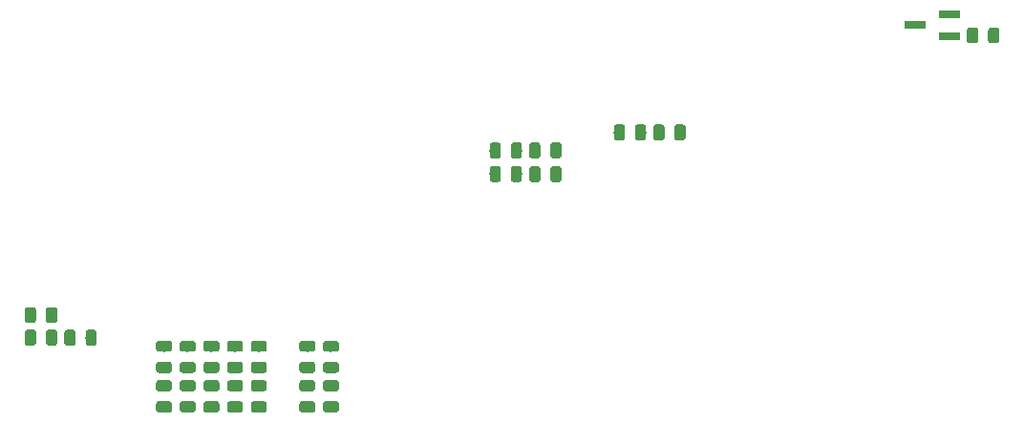
<source format=gbr>
G04 #@! TF.GenerationSoftware,KiCad,Pcbnew,(5.1.4)-1*
G04 #@! TF.CreationDate,2021-01-03T10:51:31-08:00*
G04 #@! TF.ProjectId,BOMPanelClipon,424f4d50-616e-4656-9c43-6c69706f6e2e,rev?*
G04 #@! TF.SameCoordinates,Original*
G04 #@! TF.FileFunction,Paste,Top*
G04 #@! TF.FilePolarity,Positive*
%FSLAX46Y46*%
G04 Gerber Fmt 4.6, Leading zero omitted, Abs format (unit mm)*
G04 Created by KiCad (PCBNEW (5.1.4)-1) date 2021-01-03 10:51:31*
%MOMM*%
%LPD*%
G04 APERTURE LIST*
%ADD10C,0.100000*%
%ADD11C,0.975000*%
%ADD12R,1.900000X0.800000*%
G04 APERTURE END LIST*
D10*
G36*
X-16969858Y-9301174D02*
G01*
X-16946197Y-9304684D01*
X-16922993Y-9310496D01*
X-16900471Y-9318554D01*
X-16878847Y-9328782D01*
X-16858330Y-9341079D01*
X-16839117Y-9355329D01*
X-16821393Y-9371393D01*
X-16805329Y-9389117D01*
X-16791079Y-9408330D01*
X-16778782Y-9428847D01*
X-16768554Y-9450471D01*
X-16760496Y-9472993D01*
X-16754684Y-9496197D01*
X-16751174Y-9519858D01*
X-16750000Y-9543750D01*
X-16750000Y-10456250D01*
X-16751174Y-10480142D01*
X-16754684Y-10503803D01*
X-16760496Y-10527007D01*
X-16768554Y-10549529D01*
X-16778782Y-10571153D01*
X-16791079Y-10591670D01*
X-16805329Y-10610883D01*
X-16821393Y-10628607D01*
X-16839117Y-10644671D01*
X-16858330Y-10658921D01*
X-16878847Y-10671218D01*
X-16900471Y-10681446D01*
X-16922993Y-10689504D01*
X-16946197Y-10695316D01*
X-16969858Y-10698826D01*
X-16993750Y-10700000D01*
X-17481250Y-10700000D01*
X-17505142Y-10698826D01*
X-17528803Y-10695316D01*
X-17552007Y-10689504D01*
X-17574529Y-10681446D01*
X-17596153Y-10671218D01*
X-17616670Y-10658921D01*
X-17635883Y-10644671D01*
X-17653607Y-10628607D01*
X-17669671Y-10610883D01*
X-17683921Y-10591670D01*
X-17696218Y-10571153D01*
X-17706446Y-10549529D01*
X-17714504Y-10527007D01*
X-17720316Y-10503803D01*
X-17723826Y-10480142D01*
X-17725000Y-10456250D01*
X-17725000Y-9543750D01*
X-17723826Y-9519858D01*
X-17720316Y-9496197D01*
X-17714504Y-9472993D01*
X-17706446Y-9450471D01*
X-17696218Y-9428847D01*
X-17683921Y-9408330D01*
X-17669671Y-9389117D01*
X-17653607Y-9371393D01*
X-17635883Y-9355329D01*
X-17616670Y-9341079D01*
X-17596153Y-9328782D01*
X-17574529Y-9318554D01*
X-17552007Y-9310496D01*
X-17528803Y-9304684D01*
X-17505142Y-9301174D01*
X-17481250Y-9300000D01*
X-16993750Y-9300000D01*
X-16969858Y-9301174D01*
X-16969858Y-9301174D01*
G37*
D11*
X-17237500Y-10000000D03*
D10*
G36*
X-15094858Y-9301174D02*
G01*
X-15071197Y-9304684D01*
X-15047993Y-9310496D01*
X-15025471Y-9318554D01*
X-15003847Y-9328782D01*
X-14983330Y-9341079D01*
X-14964117Y-9355329D01*
X-14946393Y-9371393D01*
X-14930329Y-9389117D01*
X-14916079Y-9408330D01*
X-14903782Y-9428847D01*
X-14893554Y-9450471D01*
X-14885496Y-9472993D01*
X-14879684Y-9496197D01*
X-14876174Y-9519858D01*
X-14875000Y-9543750D01*
X-14875000Y-10456250D01*
X-14876174Y-10480142D01*
X-14879684Y-10503803D01*
X-14885496Y-10527007D01*
X-14893554Y-10549529D01*
X-14903782Y-10571153D01*
X-14916079Y-10591670D01*
X-14930329Y-10610883D01*
X-14946393Y-10628607D01*
X-14964117Y-10644671D01*
X-14983330Y-10658921D01*
X-15003847Y-10671218D01*
X-15025471Y-10681446D01*
X-15047993Y-10689504D01*
X-15071197Y-10695316D01*
X-15094858Y-10698826D01*
X-15118750Y-10700000D01*
X-15606250Y-10700000D01*
X-15630142Y-10698826D01*
X-15653803Y-10695316D01*
X-15677007Y-10689504D01*
X-15699529Y-10681446D01*
X-15721153Y-10671218D01*
X-15741670Y-10658921D01*
X-15760883Y-10644671D01*
X-15778607Y-10628607D01*
X-15794671Y-10610883D01*
X-15808921Y-10591670D01*
X-15821218Y-10571153D01*
X-15831446Y-10549529D01*
X-15839504Y-10527007D01*
X-15845316Y-10503803D01*
X-15848826Y-10480142D01*
X-15850000Y-10456250D01*
X-15850000Y-9543750D01*
X-15848826Y-9519858D01*
X-15845316Y-9496197D01*
X-15839504Y-9472993D01*
X-15831446Y-9450471D01*
X-15821218Y-9428847D01*
X-15808921Y-9408330D01*
X-15794671Y-9389117D01*
X-15778607Y-9371393D01*
X-15760883Y-9355329D01*
X-15741670Y-9341079D01*
X-15721153Y-9328782D01*
X-15699529Y-9318554D01*
X-15677007Y-9310496D01*
X-15653803Y-9304684D01*
X-15630142Y-9301174D01*
X-15606250Y-9300000D01*
X-15118750Y-9300000D01*
X-15094858Y-9301174D01*
X-15094858Y-9301174D01*
G37*
D11*
X-15362500Y-10000000D03*
D10*
G36*
X-15094858Y-11301174D02*
G01*
X-15071197Y-11304684D01*
X-15047993Y-11310496D01*
X-15025471Y-11318554D01*
X-15003847Y-11328782D01*
X-14983330Y-11341079D01*
X-14964117Y-11355329D01*
X-14946393Y-11371393D01*
X-14930329Y-11389117D01*
X-14916079Y-11408330D01*
X-14903782Y-11428847D01*
X-14893554Y-11450471D01*
X-14885496Y-11472993D01*
X-14879684Y-11496197D01*
X-14876174Y-11519858D01*
X-14875000Y-11543750D01*
X-14875000Y-12456250D01*
X-14876174Y-12480142D01*
X-14879684Y-12503803D01*
X-14885496Y-12527007D01*
X-14893554Y-12549529D01*
X-14903782Y-12571153D01*
X-14916079Y-12591670D01*
X-14930329Y-12610883D01*
X-14946393Y-12628607D01*
X-14964117Y-12644671D01*
X-14983330Y-12658921D01*
X-15003847Y-12671218D01*
X-15025471Y-12681446D01*
X-15047993Y-12689504D01*
X-15071197Y-12695316D01*
X-15094858Y-12698826D01*
X-15118750Y-12700000D01*
X-15606250Y-12700000D01*
X-15630142Y-12698826D01*
X-15653803Y-12695316D01*
X-15677007Y-12689504D01*
X-15699529Y-12681446D01*
X-15721153Y-12671218D01*
X-15741670Y-12658921D01*
X-15760883Y-12644671D01*
X-15778607Y-12628607D01*
X-15794671Y-12610883D01*
X-15808921Y-12591670D01*
X-15821218Y-12571153D01*
X-15831446Y-12549529D01*
X-15839504Y-12527007D01*
X-15845316Y-12503803D01*
X-15848826Y-12480142D01*
X-15850000Y-12456250D01*
X-15850000Y-11543750D01*
X-15848826Y-11519858D01*
X-15845316Y-11496197D01*
X-15839504Y-11472993D01*
X-15831446Y-11450471D01*
X-15821218Y-11428847D01*
X-15808921Y-11408330D01*
X-15794671Y-11389117D01*
X-15778607Y-11371393D01*
X-15760883Y-11355329D01*
X-15741670Y-11341079D01*
X-15721153Y-11328782D01*
X-15699529Y-11318554D01*
X-15677007Y-11310496D01*
X-15653803Y-11304684D01*
X-15630142Y-11301174D01*
X-15606250Y-11300000D01*
X-15118750Y-11300000D01*
X-15094858Y-11301174D01*
X-15094858Y-11301174D01*
G37*
D11*
X-15362500Y-12000000D03*
D10*
G36*
X-16969858Y-11301174D02*
G01*
X-16946197Y-11304684D01*
X-16922993Y-11310496D01*
X-16900471Y-11318554D01*
X-16878847Y-11328782D01*
X-16858330Y-11341079D01*
X-16839117Y-11355329D01*
X-16821393Y-11371393D01*
X-16805329Y-11389117D01*
X-16791079Y-11408330D01*
X-16778782Y-11428847D01*
X-16768554Y-11450471D01*
X-16760496Y-11472993D01*
X-16754684Y-11496197D01*
X-16751174Y-11519858D01*
X-16750000Y-11543750D01*
X-16750000Y-12456250D01*
X-16751174Y-12480142D01*
X-16754684Y-12503803D01*
X-16760496Y-12527007D01*
X-16768554Y-12549529D01*
X-16778782Y-12571153D01*
X-16791079Y-12591670D01*
X-16805329Y-12610883D01*
X-16821393Y-12628607D01*
X-16839117Y-12644671D01*
X-16858330Y-12658921D01*
X-16878847Y-12671218D01*
X-16900471Y-12681446D01*
X-16922993Y-12689504D01*
X-16946197Y-12695316D01*
X-16969858Y-12698826D01*
X-16993750Y-12700000D01*
X-17481250Y-12700000D01*
X-17505142Y-12698826D01*
X-17528803Y-12695316D01*
X-17552007Y-12689504D01*
X-17574529Y-12681446D01*
X-17596153Y-12671218D01*
X-17616670Y-12658921D01*
X-17635883Y-12644671D01*
X-17653607Y-12628607D01*
X-17669671Y-12610883D01*
X-17683921Y-12591670D01*
X-17696218Y-12571153D01*
X-17706446Y-12549529D01*
X-17714504Y-12527007D01*
X-17720316Y-12503803D01*
X-17723826Y-12480142D01*
X-17725000Y-12456250D01*
X-17725000Y-11543750D01*
X-17723826Y-11519858D01*
X-17720316Y-11496197D01*
X-17714504Y-11472993D01*
X-17706446Y-11450471D01*
X-17696218Y-11428847D01*
X-17683921Y-11408330D01*
X-17669671Y-11389117D01*
X-17653607Y-11371393D01*
X-17635883Y-11355329D01*
X-17616670Y-11341079D01*
X-17596153Y-11328782D01*
X-17574529Y-11318554D01*
X-17552007Y-11310496D01*
X-17528803Y-11304684D01*
X-17505142Y-11301174D01*
X-17481250Y-11300000D01*
X-16993750Y-11300000D01*
X-16969858Y-11301174D01*
X-16969858Y-11301174D01*
G37*
D11*
X-17237500Y-12000000D03*
D10*
G36*
X-11594858Y-11301174D02*
G01*
X-11571197Y-11304684D01*
X-11547993Y-11310496D01*
X-11525471Y-11318554D01*
X-11503847Y-11328782D01*
X-11483330Y-11341079D01*
X-11464117Y-11355329D01*
X-11446393Y-11371393D01*
X-11430329Y-11389117D01*
X-11416079Y-11408330D01*
X-11403782Y-11428847D01*
X-11393554Y-11450471D01*
X-11385496Y-11472993D01*
X-11379684Y-11496197D01*
X-11376174Y-11519858D01*
X-11375000Y-11543750D01*
X-11375000Y-12456250D01*
X-11376174Y-12480142D01*
X-11379684Y-12503803D01*
X-11385496Y-12527007D01*
X-11393554Y-12549529D01*
X-11403782Y-12571153D01*
X-11416079Y-12591670D01*
X-11430329Y-12610883D01*
X-11446393Y-12628607D01*
X-11464117Y-12644671D01*
X-11483330Y-12658921D01*
X-11503847Y-12671218D01*
X-11525471Y-12681446D01*
X-11547993Y-12689504D01*
X-11571197Y-12695316D01*
X-11594858Y-12698826D01*
X-11618750Y-12700000D01*
X-12106250Y-12700000D01*
X-12130142Y-12698826D01*
X-12153803Y-12695316D01*
X-12177007Y-12689504D01*
X-12199529Y-12681446D01*
X-12221153Y-12671218D01*
X-12241670Y-12658921D01*
X-12260883Y-12644671D01*
X-12278607Y-12628607D01*
X-12294671Y-12610883D01*
X-12308921Y-12591670D01*
X-12321218Y-12571153D01*
X-12331446Y-12549529D01*
X-12339504Y-12527007D01*
X-12345316Y-12503803D01*
X-12348826Y-12480142D01*
X-12350000Y-12456250D01*
X-12350000Y-11543750D01*
X-12348826Y-11519858D01*
X-12345316Y-11496197D01*
X-12339504Y-11472993D01*
X-12331446Y-11450471D01*
X-12321218Y-11428847D01*
X-12308921Y-11408330D01*
X-12294671Y-11389117D01*
X-12278607Y-11371393D01*
X-12260883Y-11355329D01*
X-12241670Y-11341079D01*
X-12221153Y-11328782D01*
X-12199529Y-11318554D01*
X-12177007Y-11310496D01*
X-12153803Y-11304684D01*
X-12130142Y-11301174D01*
X-12106250Y-11300000D01*
X-11618750Y-11300000D01*
X-11594858Y-11301174D01*
X-11594858Y-11301174D01*
G37*
D11*
X-11862500Y-12000000D03*
D10*
G36*
X-13469858Y-11301174D02*
G01*
X-13446197Y-11304684D01*
X-13422993Y-11310496D01*
X-13400471Y-11318554D01*
X-13378847Y-11328782D01*
X-13358330Y-11341079D01*
X-13339117Y-11355329D01*
X-13321393Y-11371393D01*
X-13305329Y-11389117D01*
X-13291079Y-11408330D01*
X-13278782Y-11428847D01*
X-13268554Y-11450471D01*
X-13260496Y-11472993D01*
X-13254684Y-11496197D01*
X-13251174Y-11519858D01*
X-13250000Y-11543750D01*
X-13250000Y-12456250D01*
X-13251174Y-12480142D01*
X-13254684Y-12503803D01*
X-13260496Y-12527007D01*
X-13268554Y-12549529D01*
X-13278782Y-12571153D01*
X-13291079Y-12591670D01*
X-13305329Y-12610883D01*
X-13321393Y-12628607D01*
X-13339117Y-12644671D01*
X-13358330Y-12658921D01*
X-13378847Y-12671218D01*
X-13400471Y-12681446D01*
X-13422993Y-12689504D01*
X-13446197Y-12695316D01*
X-13469858Y-12698826D01*
X-13493750Y-12700000D01*
X-13981250Y-12700000D01*
X-14005142Y-12698826D01*
X-14028803Y-12695316D01*
X-14052007Y-12689504D01*
X-14074529Y-12681446D01*
X-14096153Y-12671218D01*
X-14116670Y-12658921D01*
X-14135883Y-12644671D01*
X-14153607Y-12628607D01*
X-14169671Y-12610883D01*
X-14183921Y-12591670D01*
X-14196218Y-12571153D01*
X-14206446Y-12549529D01*
X-14214504Y-12527007D01*
X-14220316Y-12503803D01*
X-14223826Y-12480142D01*
X-14225000Y-12456250D01*
X-14225000Y-11543750D01*
X-14223826Y-11519858D01*
X-14220316Y-11496197D01*
X-14214504Y-11472993D01*
X-14206446Y-11450471D01*
X-14196218Y-11428847D01*
X-14183921Y-11408330D01*
X-14169671Y-11389117D01*
X-14153607Y-11371393D01*
X-14135883Y-11355329D01*
X-14116670Y-11341079D01*
X-14096153Y-11328782D01*
X-14074529Y-11318554D01*
X-14052007Y-11310496D01*
X-14028803Y-11304684D01*
X-14005142Y-11301174D01*
X-13981250Y-11300000D01*
X-13493750Y-11300000D01*
X-13469858Y-11301174D01*
X-13469858Y-11301174D01*
G37*
D11*
X-13737500Y-12000000D03*
D10*
G36*
X24230142Y5298826D02*
G01*
X24253803Y5295316D01*
X24277007Y5289504D01*
X24299529Y5281446D01*
X24321153Y5271218D01*
X24341670Y5258921D01*
X24360883Y5244671D01*
X24378607Y5228607D01*
X24394671Y5210883D01*
X24408921Y5191670D01*
X24421218Y5171153D01*
X24431446Y5149529D01*
X24439504Y5127007D01*
X24445316Y5103803D01*
X24448826Y5080142D01*
X24450000Y5056250D01*
X24450000Y4143750D01*
X24448826Y4119858D01*
X24445316Y4096197D01*
X24439504Y4072993D01*
X24431446Y4050471D01*
X24421218Y4028847D01*
X24408921Y4008330D01*
X24394671Y3989117D01*
X24378607Y3971393D01*
X24360883Y3955329D01*
X24341670Y3941079D01*
X24321153Y3928782D01*
X24299529Y3918554D01*
X24277007Y3910496D01*
X24253803Y3904684D01*
X24230142Y3901174D01*
X24206250Y3900000D01*
X23718750Y3900000D01*
X23694858Y3901174D01*
X23671197Y3904684D01*
X23647993Y3910496D01*
X23625471Y3918554D01*
X23603847Y3928782D01*
X23583330Y3941079D01*
X23564117Y3955329D01*
X23546393Y3971393D01*
X23530329Y3989117D01*
X23516079Y4008330D01*
X23503782Y4028847D01*
X23493554Y4050471D01*
X23485496Y4072993D01*
X23479684Y4096197D01*
X23476174Y4119858D01*
X23475000Y4143750D01*
X23475000Y5056250D01*
X23476174Y5080142D01*
X23479684Y5103803D01*
X23485496Y5127007D01*
X23493554Y5149529D01*
X23503782Y5171153D01*
X23516079Y5191670D01*
X23530329Y5210883D01*
X23546393Y5228607D01*
X23564117Y5244671D01*
X23583330Y5258921D01*
X23603847Y5271218D01*
X23625471Y5281446D01*
X23647993Y5289504D01*
X23671197Y5295316D01*
X23694858Y5298826D01*
X23718750Y5300000D01*
X24206250Y5300000D01*
X24230142Y5298826D01*
X24230142Y5298826D01*
G37*
D11*
X23962500Y4600000D03*
D10*
G36*
X26105142Y5298826D02*
G01*
X26128803Y5295316D01*
X26152007Y5289504D01*
X26174529Y5281446D01*
X26196153Y5271218D01*
X26216670Y5258921D01*
X26235883Y5244671D01*
X26253607Y5228607D01*
X26269671Y5210883D01*
X26283921Y5191670D01*
X26296218Y5171153D01*
X26306446Y5149529D01*
X26314504Y5127007D01*
X26320316Y5103803D01*
X26323826Y5080142D01*
X26325000Y5056250D01*
X26325000Y4143750D01*
X26323826Y4119858D01*
X26320316Y4096197D01*
X26314504Y4072993D01*
X26306446Y4050471D01*
X26296218Y4028847D01*
X26283921Y4008330D01*
X26269671Y3989117D01*
X26253607Y3971393D01*
X26235883Y3955329D01*
X26216670Y3941079D01*
X26196153Y3928782D01*
X26174529Y3918554D01*
X26152007Y3910496D01*
X26128803Y3904684D01*
X26105142Y3901174D01*
X26081250Y3900000D01*
X25593750Y3900000D01*
X25569858Y3901174D01*
X25546197Y3904684D01*
X25522993Y3910496D01*
X25500471Y3918554D01*
X25478847Y3928782D01*
X25458330Y3941079D01*
X25439117Y3955329D01*
X25421393Y3971393D01*
X25405329Y3989117D01*
X25391079Y4008330D01*
X25378782Y4028847D01*
X25368554Y4050471D01*
X25360496Y4072993D01*
X25354684Y4096197D01*
X25351174Y4119858D01*
X25350000Y4143750D01*
X25350000Y5056250D01*
X25351174Y5080142D01*
X25354684Y5103803D01*
X25360496Y5127007D01*
X25368554Y5149529D01*
X25378782Y5171153D01*
X25391079Y5191670D01*
X25405329Y5210883D01*
X25421393Y5228607D01*
X25439117Y5244671D01*
X25458330Y5258921D01*
X25478847Y5271218D01*
X25500471Y5281446D01*
X25522993Y5289504D01*
X25546197Y5295316D01*
X25569858Y5298826D01*
X25593750Y5300000D01*
X26081250Y5300000D01*
X26105142Y5298826D01*
X26105142Y5298826D01*
G37*
D11*
X25837500Y4600000D03*
D10*
G36*
X26105142Y3198826D02*
G01*
X26128803Y3195316D01*
X26152007Y3189504D01*
X26174529Y3181446D01*
X26196153Y3171218D01*
X26216670Y3158921D01*
X26235883Y3144671D01*
X26253607Y3128607D01*
X26269671Y3110883D01*
X26283921Y3091670D01*
X26296218Y3071153D01*
X26306446Y3049529D01*
X26314504Y3027007D01*
X26320316Y3003803D01*
X26323826Y2980142D01*
X26325000Y2956250D01*
X26325000Y2043750D01*
X26323826Y2019858D01*
X26320316Y1996197D01*
X26314504Y1972993D01*
X26306446Y1950471D01*
X26296218Y1928847D01*
X26283921Y1908330D01*
X26269671Y1889117D01*
X26253607Y1871393D01*
X26235883Y1855329D01*
X26216670Y1841079D01*
X26196153Y1828782D01*
X26174529Y1818554D01*
X26152007Y1810496D01*
X26128803Y1804684D01*
X26105142Y1801174D01*
X26081250Y1800000D01*
X25593750Y1800000D01*
X25569858Y1801174D01*
X25546197Y1804684D01*
X25522993Y1810496D01*
X25500471Y1818554D01*
X25478847Y1828782D01*
X25458330Y1841079D01*
X25439117Y1855329D01*
X25421393Y1871393D01*
X25405329Y1889117D01*
X25391079Y1908330D01*
X25378782Y1928847D01*
X25368554Y1950471D01*
X25360496Y1972993D01*
X25354684Y1996197D01*
X25351174Y2019858D01*
X25350000Y2043750D01*
X25350000Y2956250D01*
X25351174Y2980142D01*
X25354684Y3003803D01*
X25360496Y3027007D01*
X25368554Y3049529D01*
X25378782Y3071153D01*
X25391079Y3091670D01*
X25405329Y3110883D01*
X25421393Y3128607D01*
X25439117Y3144671D01*
X25458330Y3158921D01*
X25478847Y3171218D01*
X25500471Y3181446D01*
X25522993Y3189504D01*
X25546197Y3195316D01*
X25569858Y3198826D01*
X25593750Y3200000D01*
X26081250Y3200000D01*
X26105142Y3198826D01*
X26105142Y3198826D01*
G37*
D11*
X25837500Y2500000D03*
D10*
G36*
X24230142Y3198826D02*
G01*
X24253803Y3195316D01*
X24277007Y3189504D01*
X24299529Y3181446D01*
X24321153Y3171218D01*
X24341670Y3158921D01*
X24360883Y3144671D01*
X24378607Y3128607D01*
X24394671Y3110883D01*
X24408921Y3091670D01*
X24421218Y3071153D01*
X24431446Y3049529D01*
X24439504Y3027007D01*
X24445316Y3003803D01*
X24448826Y2980142D01*
X24450000Y2956250D01*
X24450000Y2043750D01*
X24448826Y2019858D01*
X24445316Y1996197D01*
X24439504Y1972993D01*
X24431446Y1950471D01*
X24421218Y1928847D01*
X24408921Y1908330D01*
X24394671Y1889117D01*
X24378607Y1871393D01*
X24360883Y1855329D01*
X24341670Y1841079D01*
X24321153Y1828782D01*
X24299529Y1818554D01*
X24277007Y1810496D01*
X24253803Y1804684D01*
X24230142Y1801174D01*
X24206250Y1800000D01*
X23718750Y1800000D01*
X23694858Y1801174D01*
X23671197Y1804684D01*
X23647993Y1810496D01*
X23625471Y1818554D01*
X23603847Y1828782D01*
X23583330Y1841079D01*
X23564117Y1855329D01*
X23546393Y1871393D01*
X23530329Y1889117D01*
X23516079Y1908330D01*
X23503782Y1928847D01*
X23493554Y1950471D01*
X23485496Y1972993D01*
X23479684Y1996197D01*
X23476174Y2019858D01*
X23475000Y2043750D01*
X23475000Y2956250D01*
X23476174Y2980142D01*
X23479684Y3003803D01*
X23485496Y3027007D01*
X23493554Y3049529D01*
X23503782Y3071153D01*
X23516079Y3091670D01*
X23530329Y3110883D01*
X23546393Y3128607D01*
X23564117Y3144671D01*
X23583330Y3158921D01*
X23603847Y3171218D01*
X23625471Y3181446D01*
X23647993Y3189504D01*
X23671197Y3195316D01*
X23694858Y3198826D01*
X23718750Y3200000D01*
X24206250Y3200000D01*
X24230142Y3198826D01*
X24230142Y3198826D01*
G37*
D11*
X23962500Y2500000D03*
D10*
G36*
X3480142Y-17651174D02*
G01*
X3503803Y-17654684D01*
X3527007Y-17660496D01*
X3549529Y-17668554D01*
X3571153Y-17678782D01*
X3591670Y-17691079D01*
X3610883Y-17705329D01*
X3628607Y-17721393D01*
X3644671Y-17739117D01*
X3658921Y-17758330D01*
X3671218Y-17778847D01*
X3681446Y-17800471D01*
X3689504Y-17822993D01*
X3695316Y-17846197D01*
X3698826Y-17869858D01*
X3700000Y-17893750D01*
X3700000Y-18381250D01*
X3698826Y-18405142D01*
X3695316Y-18428803D01*
X3689504Y-18452007D01*
X3681446Y-18474529D01*
X3671218Y-18496153D01*
X3658921Y-18516670D01*
X3644671Y-18535883D01*
X3628607Y-18553607D01*
X3610883Y-18569671D01*
X3591670Y-18583921D01*
X3571153Y-18596218D01*
X3549529Y-18606446D01*
X3527007Y-18614504D01*
X3503803Y-18620316D01*
X3480142Y-18623826D01*
X3456250Y-18625000D01*
X2543750Y-18625000D01*
X2519858Y-18623826D01*
X2496197Y-18620316D01*
X2472993Y-18614504D01*
X2450471Y-18606446D01*
X2428847Y-18596218D01*
X2408330Y-18583921D01*
X2389117Y-18569671D01*
X2371393Y-18553607D01*
X2355329Y-18535883D01*
X2341079Y-18516670D01*
X2328782Y-18496153D01*
X2318554Y-18474529D01*
X2310496Y-18452007D01*
X2304684Y-18428803D01*
X2301174Y-18405142D01*
X2300000Y-18381250D01*
X2300000Y-17893750D01*
X2301174Y-17869858D01*
X2304684Y-17846197D01*
X2310496Y-17822993D01*
X2318554Y-17800471D01*
X2328782Y-17778847D01*
X2341079Y-17758330D01*
X2355329Y-17739117D01*
X2371393Y-17721393D01*
X2389117Y-17705329D01*
X2408330Y-17691079D01*
X2428847Y-17678782D01*
X2450471Y-17668554D01*
X2472993Y-17660496D01*
X2496197Y-17654684D01*
X2519858Y-17651174D01*
X2543750Y-17650000D01*
X3456250Y-17650000D01*
X3480142Y-17651174D01*
X3480142Y-17651174D01*
G37*
D11*
X3000000Y-18137500D03*
D10*
G36*
X3480142Y-15776174D02*
G01*
X3503803Y-15779684D01*
X3527007Y-15785496D01*
X3549529Y-15793554D01*
X3571153Y-15803782D01*
X3591670Y-15816079D01*
X3610883Y-15830329D01*
X3628607Y-15846393D01*
X3644671Y-15864117D01*
X3658921Y-15883330D01*
X3671218Y-15903847D01*
X3681446Y-15925471D01*
X3689504Y-15947993D01*
X3695316Y-15971197D01*
X3698826Y-15994858D01*
X3700000Y-16018750D01*
X3700000Y-16506250D01*
X3698826Y-16530142D01*
X3695316Y-16553803D01*
X3689504Y-16577007D01*
X3681446Y-16599529D01*
X3671218Y-16621153D01*
X3658921Y-16641670D01*
X3644671Y-16660883D01*
X3628607Y-16678607D01*
X3610883Y-16694671D01*
X3591670Y-16708921D01*
X3571153Y-16721218D01*
X3549529Y-16731446D01*
X3527007Y-16739504D01*
X3503803Y-16745316D01*
X3480142Y-16748826D01*
X3456250Y-16750000D01*
X2543750Y-16750000D01*
X2519858Y-16748826D01*
X2496197Y-16745316D01*
X2472993Y-16739504D01*
X2450471Y-16731446D01*
X2428847Y-16721218D01*
X2408330Y-16708921D01*
X2389117Y-16694671D01*
X2371393Y-16678607D01*
X2355329Y-16660883D01*
X2341079Y-16641670D01*
X2328782Y-16621153D01*
X2318554Y-16599529D01*
X2310496Y-16577007D01*
X2304684Y-16553803D01*
X2301174Y-16530142D01*
X2300000Y-16506250D01*
X2300000Y-16018750D01*
X2301174Y-15994858D01*
X2304684Y-15971197D01*
X2310496Y-15947993D01*
X2318554Y-15925471D01*
X2328782Y-15903847D01*
X2341079Y-15883330D01*
X2355329Y-15864117D01*
X2371393Y-15846393D01*
X2389117Y-15830329D01*
X2408330Y-15816079D01*
X2428847Y-15803782D01*
X2450471Y-15793554D01*
X2472993Y-15785496D01*
X2496197Y-15779684D01*
X2519858Y-15776174D01*
X2543750Y-15775000D01*
X3456250Y-15775000D01*
X3480142Y-15776174D01*
X3480142Y-15776174D01*
G37*
D11*
X3000000Y-16262500D03*
D10*
G36*
X29605142Y5298826D02*
G01*
X29628803Y5295316D01*
X29652007Y5289504D01*
X29674529Y5281446D01*
X29696153Y5271218D01*
X29716670Y5258921D01*
X29735883Y5244671D01*
X29753607Y5228607D01*
X29769671Y5210883D01*
X29783921Y5191670D01*
X29796218Y5171153D01*
X29806446Y5149529D01*
X29814504Y5127007D01*
X29820316Y5103803D01*
X29823826Y5080142D01*
X29825000Y5056250D01*
X29825000Y4143750D01*
X29823826Y4119858D01*
X29820316Y4096197D01*
X29814504Y4072993D01*
X29806446Y4050471D01*
X29796218Y4028847D01*
X29783921Y4008330D01*
X29769671Y3989117D01*
X29753607Y3971393D01*
X29735883Y3955329D01*
X29716670Y3941079D01*
X29696153Y3928782D01*
X29674529Y3918554D01*
X29652007Y3910496D01*
X29628803Y3904684D01*
X29605142Y3901174D01*
X29581250Y3900000D01*
X29093750Y3900000D01*
X29069858Y3901174D01*
X29046197Y3904684D01*
X29022993Y3910496D01*
X29000471Y3918554D01*
X28978847Y3928782D01*
X28958330Y3941079D01*
X28939117Y3955329D01*
X28921393Y3971393D01*
X28905329Y3989117D01*
X28891079Y4008330D01*
X28878782Y4028847D01*
X28868554Y4050471D01*
X28860496Y4072993D01*
X28854684Y4096197D01*
X28851174Y4119858D01*
X28850000Y4143750D01*
X28850000Y5056250D01*
X28851174Y5080142D01*
X28854684Y5103803D01*
X28860496Y5127007D01*
X28868554Y5149529D01*
X28878782Y5171153D01*
X28891079Y5191670D01*
X28905329Y5210883D01*
X28921393Y5228607D01*
X28939117Y5244671D01*
X28958330Y5258921D01*
X28978847Y5271218D01*
X29000471Y5281446D01*
X29022993Y5289504D01*
X29046197Y5295316D01*
X29069858Y5298826D01*
X29093750Y5300000D01*
X29581250Y5300000D01*
X29605142Y5298826D01*
X29605142Y5298826D01*
G37*
D11*
X29337500Y4600000D03*
D10*
G36*
X27730142Y5298826D02*
G01*
X27753803Y5295316D01*
X27777007Y5289504D01*
X27799529Y5281446D01*
X27821153Y5271218D01*
X27841670Y5258921D01*
X27860883Y5244671D01*
X27878607Y5228607D01*
X27894671Y5210883D01*
X27908921Y5191670D01*
X27921218Y5171153D01*
X27931446Y5149529D01*
X27939504Y5127007D01*
X27945316Y5103803D01*
X27948826Y5080142D01*
X27950000Y5056250D01*
X27950000Y4143750D01*
X27948826Y4119858D01*
X27945316Y4096197D01*
X27939504Y4072993D01*
X27931446Y4050471D01*
X27921218Y4028847D01*
X27908921Y4008330D01*
X27894671Y3989117D01*
X27878607Y3971393D01*
X27860883Y3955329D01*
X27841670Y3941079D01*
X27821153Y3928782D01*
X27799529Y3918554D01*
X27777007Y3910496D01*
X27753803Y3904684D01*
X27730142Y3901174D01*
X27706250Y3900000D01*
X27218750Y3900000D01*
X27194858Y3901174D01*
X27171197Y3904684D01*
X27147993Y3910496D01*
X27125471Y3918554D01*
X27103847Y3928782D01*
X27083330Y3941079D01*
X27064117Y3955329D01*
X27046393Y3971393D01*
X27030329Y3989117D01*
X27016079Y4008330D01*
X27003782Y4028847D01*
X26993554Y4050471D01*
X26985496Y4072993D01*
X26979684Y4096197D01*
X26976174Y4119858D01*
X26975000Y4143750D01*
X26975000Y5056250D01*
X26976174Y5080142D01*
X26979684Y5103803D01*
X26985496Y5127007D01*
X26993554Y5149529D01*
X27003782Y5171153D01*
X27016079Y5191670D01*
X27030329Y5210883D01*
X27046393Y5228607D01*
X27064117Y5244671D01*
X27083330Y5258921D01*
X27103847Y5271218D01*
X27125471Y5281446D01*
X27147993Y5289504D01*
X27171197Y5295316D01*
X27194858Y5298826D01*
X27218750Y5300000D01*
X27706250Y5300000D01*
X27730142Y5298826D01*
X27730142Y5298826D01*
G37*
D11*
X27462500Y4600000D03*
D10*
G36*
X29605142Y3198826D02*
G01*
X29628803Y3195316D01*
X29652007Y3189504D01*
X29674529Y3181446D01*
X29696153Y3171218D01*
X29716670Y3158921D01*
X29735883Y3144671D01*
X29753607Y3128607D01*
X29769671Y3110883D01*
X29783921Y3091670D01*
X29796218Y3071153D01*
X29806446Y3049529D01*
X29814504Y3027007D01*
X29820316Y3003803D01*
X29823826Y2980142D01*
X29825000Y2956250D01*
X29825000Y2043750D01*
X29823826Y2019858D01*
X29820316Y1996197D01*
X29814504Y1972993D01*
X29806446Y1950471D01*
X29796218Y1928847D01*
X29783921Y1908330D01*
X29769671Y1889117D01*
X29753607Y1871393D01*
X29735883Y1855329D01*
X29716670Y1841079D01*
X29696153Y1828782D01*
X29674529Y1818554D01*
X29652007Y1810496D01*
X29628803Y1804684D01*
X29605142Y1801174D01*
X29581250Y1800000D01*
X29093750Y1800000D01*
X29069858Y1801174D01*
X29046197Y1804684D01*
X29022993Y1810496D01*
X29000471Y1818554D01*
X28978847Y1828782D01*
X28958330Y1841079D01*
X28939117Y1855329D01*
X28921393Y1871393D01*
X28905329Y1889117D01*
X28891079Y1908330D01*
X28878782Y1928847D01*
X28868554Y1950471D01*
X28860496Y1972993D01*
X28854684Y1996197D01*
X28851174Y2019858D01*
X28850000Y2043750D01*
X28850000Y2956250D01*
X28851174Y2980142D01*
X28854684Y3003803D01*
X28860496Y3027007D01*
X28868554Y3049529D01*
X28878782Y3071153D01*
X28891079Y3091670D01*
X28905329Y3110883D01*
X28921393Y3128607D01*
X28939117Y3144671D01*
X28958330Y3158921D01*
X28978847Y3171218D01*
X29000471Y3181446D01*
X29022993Y3189504D01*
X29046197Y3195316D01*
X29069858Y3198826D01*
X29093750Y3200000D01*
X29581250Y3200000D01*
X29605142Y3198826D01*
X29605142Y3198826D01*
G37*
D11*
X29337500Y2500000D03*
D10*
G36*
X27730142Y3198826D02*
G01*
X27753803Y3195316D01*
X27777007Y3189504D01*
X27799529Y3181446D01*
X27821153Y3171218D01*
X27841670Y3158921D01*
X27860883Y3144671D01*
X27878607Y3128607D01*
X27894671Y3110883D01*
X27908921Y3091670D01*
X27921218Y3071153D01*
X27931446Y3049529D01*
X27939504Y3027007D01*
X27945316Y3003803D01*
X27948826Y2980142D01*
X27950000Y2956250D01*
X27950000Y2043750D01*
X27948826Y2019858D01*
X27945316Y1996197D01*
X27939504Y1972993D01*
X27931446Y1950471D01*
X27921218Y1928847D01*
X27908921Y1908330D01*
X27894671Y1889117D01*
X27878607Y1871393D01*
X27860883Y1855329D01*
X27841670Y1841079D01*
X27821153Y1828782D01*
X27799529Y1818554D01*
X27777007Y1810496D01*
X27753803Y1804684D01*
X27730142Y1801174D01*
X27706250Y1800000D01*
X27218750Y1800000D01*
X27194858Y1801174D01*
X27171197Y1804684D01*
X27147993Y1810496D01*
X27125471Y1818554D01*
X27103847Y1828782D01*
X27083330Y1841079D01*
X27064117Y1855329D01*
X27046393Y1871393D01*
X27030329Y1889117D01*
X27016079Y1908330D01*
X27003782Y1928847D01*
X26993554Y1950471D01*
X26985496Y1972993D01*
X26979684Y1996197D01*
X26976174Y2019858D01*
X26975000Y2043750D01*
X26975000Y2956250D01*
X26976174Y2980142D01*
X26979684Y3003803D01*
X26985496Y3027007D01*
X26993554Y3049529D01*
X27003782Y3071153D01*
X27016079Y3091670D01*
X27030329Y3110883D01*
X27046393Y3128607D01*
X27064117Y3144671D01*
X27083330Y3158921D01*
X27103847Y3171218D01*
X27125471Y3181446D01*
X27147993Y3189504D01*
X27171197Y3195316D01*
X27194858Y3198826D01*
X27218750Y3200000D01*
X27706250Y3200000D01*
X27730142Y3198826D01*
X27730142Y3198826D01*
G37*
D11*
X27462500Y2500000D03*
D10*
G36*
X3480142Y-14151174D02*
G01*
X3503803Y-14154684D01*
X3527007Y-14160496D01*
X3549529Y-14168554D01*
X3571153Y-14178782D01*
X3591670Y-14191079D01*
X3610883Y-14205329D01*
X3628607Y-14221393D01*
X3644671Y-14239117D01*
X3658921Y-14258330D01*
X3671218Y-14278847D01*
X3681446Y-14300471D01*
X3689504Y-14322993D01*
X3695316Y-14346197D01*
X3698826Y-14369858D01*
X3700000Y-14393750D01*
X3700000Y-14881250D01*
X3698826Y-14905142D01*
X3695316Y-14928803D01*
X3689504Y-14952007D01*
X3681446Y-14974529D01*
X3671218Y-14996153D01*
X3658921Y-15016670D01*
X3644671Y-15035883D01*
X3628607Y-15053607D01*
X3610883Y-15069671D01*
X3591670Y-15083921D01*
X3571153Y-15096218D01*
X3549529Y-15106446D01*
X3527007Y-15114504D01*
X3503803Y-15120316D01*
X3480142Y-15123826D01*
X3456250Y-15125000D01*
X2543750Y-15125000D01*
X2519858Y-15123826D01*
X2496197Y-15120316D01*
X2472993Y-15114504D01*
X2450471Y-15106446D01*
X2428847Y-15096218D01*
X2408330Y-15083921D01*
X2389117Y-15069671D01*
X2371393Y-15053607D01*
X2355329Y-15035883D01*
X2341079Y-15016670D01*
X2328782Y-14996153D01*
X2318554Y-14974529D01*
X2310496Y-14952007D01*
X2304684Y-14928803D01*
X2301174Y-14905142D01*
X2300000Y-14881250D01*
X2300000Y-14393750D01*
X2301174Y-14369858D01*
X2304684Y-14346197D01*
X2310496Y-14322993D01*
X2318554Y-14300471D01*
X2328782Y-14278847D01*
X2341079Y-14258330D01*
X2355329Y-14239117D01*
X2371393Y-14221393D01*
X2389117Y-14205329D01*
X2408330Y-14191079D01*
X2428847Y-14178782D01*
X2450471Y-14168554D01*
X2472993Y-14160496D01*
X2496197Y-14154684D01*
X2519858Y-14151174D01*
X2543750Y-14150000D01*
X3456250Y-14150000D01*
X3480142Y-14151174D01*
X3480142Y-14151174D01*
G37*
D11*
X3000000Y-14637500D03*
D10*
G36*
X3480142Y-12276174D02*
G01*
X3503803Y-12279684D01*
X3527007Y-12285496D01*
X3549529Y-12293554D01*
X3571153Y-12303782D01*
X3591670Y-12316079D01*
X3610883Y-12330329D01*
X3628607Y-12346393D01*
X3644671Y-12364117D01*
X3658921Y-12383330D01*
X3671218Y-12403847D01*
X3681446Y-12425471D01*
X3689504Y-12447993D01*
X3695316Y-12471197D01*
X3698826Y-12494858D01*
X3700000Y-12518750D01*
X3700000Y-13006250D01*
X3698826Y-13030142D01*
X3695316Y-13053803D01*
X3689504Y-13077007D01*
X3681446Y-13099529D01*
X3671218Y-13121153D01*
X3658921Y-13141670D01*
X3644671Y-13160883D01*
X3628607Y-13178607D01*
X3610883Y-13194671D01*
X3591670Y-13208921D01*
X3571153Y-13221218D01*
X3549529Y-13231446D01*
X3527007Y-13239504D01*
X3503803Y-13245316D01*
X3480142Y-13248826D01*
X3456250Y-13250000D01*
X2543750Y-13250000D01*
X2519858Y-13248826D01*
X2496197Y-13245316D01*
X2472993Y-13239504D01*
X2450471Y-13231446D01*
X2428847Y-13221218D01*
X2408330Y-13208921D01*
X2389117Y-13194671D01*
X2371393Y-13178607D01*
X2355329Y-13160883D01*
X2341079Y-13141670D01*
X2328782Y-13121153D01*
X2318554Y-13099529D01*
X2310496Y-13077007D01*
X2304684Y-13053803D01*
X2301174Y-13030142D01*
X2300000Y-13006250D01*
X2300000Y-12518750D01*
X2301174Y-12494858D01*
X2304684Y-12471197D01*
X2310496Y-12447993D01*
X2318554Y-12425471D01*
X2328782Y-12403847D01*
X2341079Y-12383330D01*
X2355329Y-12364117D01*
X2371393Y-12346393D01*
X2389117Y-12330329D01*
X2408330Y-12316079D01*
X2428847Y-12303782D01*
X2450471Y-12293554D01*
X2472993Y-12285496D01*
X2496197Y-12279684D01*
X2519858Y-12276174D01*
X2543750Y-12275000D01*
X3456250Y-12275000D01*
X3480142Y-12276174D01*
X3480142Y-12276174D01*
G37*
D11*
X3000000Y-12762500D03*
D10*
G36*
X7780142Y-15776174D02*
G01*
X7803803Y-15779684D01*
X7827007Y-15785496D01*
X7849529Y-15793554D01*
X7871153Y-15803782D01*
X7891670Y-15816079D01*
X7910883Y-15830329D01*
X7928607Y-15846393D01*
X7944671Y-15864117D01*
X7958921Y-15883330D01*
X7971218Y-15903847D01*
X7981446Y-15925471D01*
X7989504Y-15947993D01*
X7995316Y-15971197D01*
X7998826Y-15994858D01*
X8000000Y-16018750D01*
X8000000Y-16506250D01*
X7998826Y-16530142D01*
X7995316Y-16553803D01*
X7989504Y-16577007D01*
X7981446Y-16599529D01*
X7971218Y-16621153D01*
X7958921Y-16641670D01*
X7944671Y-16660883D01*
X7928607Y-16678607D01*
X7910883Y-16694671D01*
X7891670Y-16708921D01*
X7871153Y-16721218D01*
X7849529Y-16731446D01*
X7827007Y-16739504D01*
X7803803Y-16745316D01*
X7780142Y-16748826D01*
X7756250Y-16750000D01*
X6843750Y-16750000D01*
X6819858Y-16748826D01*
X6796197Y-16745316D01*
X6772993Y-16739504D01*
X6750471Y-16731446D01*
X6728847Y-16721218D01*
X6708330Y-16708921D01*
X6689117Y-16694671D01*
X6671393Y-16678607D01*
X6655329Y-16660883D01*
X6641079Y-16641670D01*
X6628782Y-16621153D01*
X6618554Y-16599529D01*
X6610496Y-16577007D01*
X6604684Y-16553803D01*
X6601174Y-16530142D01*
X6600000Y-16506250D01*
X6600000Y-16018750D01*
X6601174Y-15994858D01*
X6604684Y-15971197D01*
X6610496Y-15947993D01*
X6618554Y-15925471D01*
X6628782Y-15903847D01*
X6641079Y-15883330D01*
X6655329Y-15864117D01*
X6671393Y-15846393D01*
X6689117Y-15830329D01*
X6708330Y-15816079D01*
X6728847Y-15803782D01*
X6750471Y-15793554D01*
X6772993Y-15785496D01*
X6796197Y-15779684D01*
X6819858Y-15776174D01*
X6843750Y-15775000D01*
X7756250Y-15775000D01*
X7780142Y-15776174D01*
X7780142Y-15776174D01*
G37*
D11*
X7300000Y-16262500D03*
D10*
G36*
X7780142Y-17651174D02*
G01*
X7803803Y-17654684D01*
X7827007Y-17660496D01*
X7849529Y-17668554D01*
X7871153Y-17678782D01*
X7891670Y-17691079D01*
X7910883Y-17705329D01*
X7928607Y-17721393D01*
X7944671Y-17739117D01*
X7958921Y-17758330D01*
X7971218Y-17778847D01*
X7981446Y-17800471D01*
X7989504Y-17822993D01*
X7995316Y-17846197D01*
X7998826Y-17869858D01*
X8000000Y-17893750D01*
X8000000Y-18381250D01*
X7998826Y-18405142D01*
X7995316Y-18428803D01*
X7989504Y-18452007D01*
X7981446Y-18474529D01*
X7971218Y-18496153D01*
X7958921Y-18516670D01*
X7944671Y-18535883D01*
X7928607Y-18553607D01*
X7910883Y-18569671D01*
X7891670Y-18583921D01*
X7871153Y-18596218D01*
X7849529Y-18606446D01*
X7827007Y-18614504D01*
X7803803Y-18620316D01*
X7780142Y-18623826D01*
X7756250Y-18625000D01*
X6843750Y-18625000D01*
X6819858Y-18623826D01*
X6796197Y-18620316D01*
X6772993Y-18614504D01*
X6750471Y-18606446D01*
X6728847Y-18596218D01*
X6708330Y-18583921D01*
X6689117Y-18569671D01*
X6671393Y-18553607D01*
X6655329Y-18535883D01*
X6641079Y-18516670D01*
X6628782Y-18496153D01*
X6618554Y-18474529D01*
X6610496Y-18452007D01*
X6604684Y-18428803D01*
X6601174Y-18405142D01*
X6600000Y-18381250D01*
X6600000Y-17893750D01*
X6601174Y-17869858D01*
X6604684Y-17846197D01*
X6610496Y-17822993D01*
X6618554Y-17800471D01*
X6628782Y-17778847D01*
X6641079Y-17758330D01*
X6655329Y-17739117D01*
X6671393Y-17721393D01*
X6689117Y-17705329D01*
X6708330Y-17691079D01*
X6728847Y-17678782D01*
X6750471Y-17668554D01*
X6772993Y-17660496D01*
X6796197Y-17654684D01*
X6819858Y-17651174D01*
X6843750Y-17650000D01*
X7756250Y-17650000D01*
X7780142Y-17651174D01*
X7780142Y-17651174D01*
G37*
D11*
X7300000Y-18137500D03*
D10*
G36*
X9880142Y-17651174D02*
G01*
X9903803Y-17654684D01*
X9927007Y-17660496D01*
X9949529Y-17668554D01*
X9971153Y-17678782D01*
X9991670Y-17691079D01*
X10010883Y-17705329D01*
X10028607Y-17721393D01*
X10044671Y-17739117D01*
X10058921Y-17758330D01*
X10071218Y-17778847D01*
X10081446Y-17800471D01*
X10089504Y-17822993D01*
X10095316Y-17846197D01*
X10098826Y-17869858D01*
X10100000Y-17893750D01*
X10100000Y-18381250D01*
X10098826Y-18405142D01*
X10095316Y-18428803D01*
X10089504Y-18452007D01*
X10081446Y-18474529D01*
X10071218Y-18496153D01*
X10058921Y-18516670D01*
X10044671Y-18535883D01*
X10028607Y-18553607D01*
X10010883Y-18569671D01*
X9991670Y-18583921D01*
X9971153Y-18596218D01*
X9949529Y-18606446D01*
X9927007Y-18614504D01*
X9903803Y-18620316D01*
X9880142Y-18623826D01*
X9856250Y-18625000D01*
X8943750Y-18625000D01*
X8919858Y-18623826D01*
X8896197Y-18620316D01*
X8872993Y-18614504D01*
X8850471Y-18606446D01*
X8828847Y-18596218D01*
X8808330Y-18583921D01*
X8789117Y-18569671D01*
X8771393Y-18553607D01*
X8755329Y-18535883D01*
X8741079Y-18516670D01*
X8728782Y-18496153D01*
X8718554Y-18474529D01*
X8710496Y-18452007D01*
X8704684Y-18428803D01*
X8701174Y-18405142D01*
X8700000Y-18381250D01*
X8700000Y-17893750D01*
X8701174Y-17869858D01*
X8704684Y-17846197D01*
X8710496Y-17822993D01*
X8718554Y-17800471D01*
X8728782Y-17778847D01*
X8741079Y-17758330D01*
X8755329Y-17739117D01*
X8771393Y-17721393D01*
X8789117Y-17705329D01*
X8808330Y-17691079D01*
X8828847Y-17678782D01*
X8850471Y-17668554D01*
X8872993Y-17660496D01*
X8896197Y-17654684D01*
X8919858Y-17651174D01*
X8943750Y-17650000D01*
X9856250Y-17650000D01*
X9880142Y-17651174D01*
X9880142Y-17651174D01*
G37*
D11*
X9400000Y-18137500D03*
D10*
G36*
X9880142Y-15776174D02*
G01*
X9903803Y-15779684D01*
X9927007Y-15785496D01*
X9949529Y-15793554D01*
X9971153Y-15803782D01*
X9991670Y-15816079D01*
X10010883Y-15830329D01*
X10028607Y-15846393D01*
X10044671Y-15864117D01*
X10058921Y-15883330D01*
X10071218Y-15903847D01*
X10081446Y-15925471D01*
X10089504Y-15947993D01*
X10095316Y-15971197D01*
X10098826Y-15994858D01*
X10100000Y-16018750D01*
X10100000Y-16506250D01*
X10098826Y-16530142D01*
X10095316Y-16553803D01*
X10089504Y-16577007D01*
X10081446Y-16599529D01*
X10071218Y-16621153D01*
X10058921Y-16641670D01*
X10044671Y-16660883D01*
X10028607Y-16678607D01*
X10010883Y-16694671D01*
X9991670Y-16708921D01*
X9971153Y-16721218D01*
X9949529Y-16731446D01*
X9927007Y-16739504D01*
X9903803Y-16745316D01*
X9880142Y-16748826D01*
X9856250Y-16750000D01*
X8943750Y-16750000D01*
X8919858Y-16748826D01*
X8896197Y-16745316D01*
X8872993Y-16739504D01*
X8850471Y-16731446D01*
X8828847Y-16721218D01*
X8808330Y-16708921D01*
X8789117Y-16694671D01*
X8771393Y-16678607D01*
X8755329Y-16660883D01*
X8741079Y-16641670D01*
X8728782Y-16621153D01*
X8718554Y-16599529D01*
X8710496Y-16577007D01*
X8704684Y-16553803D01*
X8701174Y-16530142D01*
X8700000Y-16506250D01*
X8700000Y-16018750D01*
X8701174Y-15994858D01*
X8704684Y-15971197D01*
X8710496Y-15947993D01*
X8718554Y-15925471D01*
X8728782Y-15903847D01*
X8741079Y-15883330D01*
X8755329Y-15864117D01*
X8771393Y-15846393D01*
X8789117Y-15830329D01*
X8808330Y-15816079D01*
X8828847Y-15803782D01*
X8850471Y-15793554D01*
X8872993Y-15785496D01*
X8896197Y-15779684D01*
X8919858Y-15776174D01*
X8943750Y-15775000D01*
X9856250Y-15775000D01*
X9880142Y-15776174D01*
X9880142Y-15776174D01*
G37*
D11*
X9400000Y-16262500D03*
D10*
G36*
X1380142Y-15776174D02*
G01*
X1403803Y-15779684D01*
X1427007Y-15785496D01*
X1449529Y-15793554D01*
X1471153Y-15803782D01*
X1491670Y-15816079D01*
X1510883Y-15830329D01*
X1528607Y-15846393D01*
X1544671Y-15864117D01*
X1558921Y-15883330D01*
X1571218Y-15903847D01*
X1581446Y-15925471D01*
X1589504Y-15947993D01*
X1595316Y-15971197D01*
X1598826Y-15994858D01*
X1600000Y-16018750D01*
X1600000Y-16506250D01*
X1598826Y-16530142D01*
X1595316Y-16553803D01*
X1589504Y-16577007D01*
X1581446Y-16599529D01*
X1571218Y-16621153D01*
X1558921Y-16641670D01*
X1544671Y-16660883D01*
X1528607Y-16678607D01*
X1510883Y-16694671D01*
X1491670Y-16708921D01*
X1471153Y-16721218D01*
X1449529Y-16731446D01*
X1427007Y-16739504D01*
X1403803Y-16745316D01*
X1380142Y-16748826D01*
X1356250Y-16750000D01*
X443750Y-16750000D01*
X419858Y-16748826D01*
X396197Y-16745316D01*
X372993Y-16739504D01*
X350471Y-16731446D01*
X328847Y-16721218D01*
X308330Y-16708921D01*
X289117Y-16694671D01*
X271393Y-16678607D01*
X255329Y-16660883D01*
X241079Y-16641670D01*
X228782Y-16621153D01*
X218554Y-16599529D01*
X210496Y-16577007D01*
X204684Y-16553803D01*
X201174Y-16530142D01*
X200000Y-16506250D01*
X200000Y-16018750D01*
X201174Y-15994858D01*
X204684Y-15971197D01*
X210496Y-15947993D01*
X218554Y-15925471D01*
X228782Y-15903847D01*
X241079Y-15883330D01*
X255329Y-15864117D01*
X271393Y-15846393D01*
X289117Y-15830329D01*
X308330Y-15816079D01*
X328847Y-15803782D01*
X350471Y-15793554D01*
X372993Y-15785496D01*
X396197Y-15779684D01*
X419858Y-15776174D01*
X443750Y-15775000D01*
X1356250Y-15775000D01*
X1380142Y-15776174D01*
X1380142Y-15776174D01*
G37*
D11*
X900000Y-16262500D03*
D10*
G36*
X1380142Y-17651174D02*
G01*
X1403803Y-17654684D01*
X1427007Y-17660496D01*
X1449529Y-17668554D01*
X1471153Y-17678782D01*
X1491670Y-17691079D01*
X1510883Y-17705329D01*
X1528607Y-17721393D01*
X1544671Y-17739117D01*
X1558921Y-17758330D01*
X1571218Y-17778847D01*
X1581446Y-17800471D01*
X1589504Y-17822993D01*
X1595316Y-17846197D01*
X1598826Y-17869858D01*
X1600000Y-17893750D01*
X1600000Y-18381250D01*
X1598826Y-18405142D01*
X1595316Y-18428803D01*
X1589504Y-18452007D01*
X1581446Y-18474529D01*
X1571218Y-18496153D01*
X1558921Y-18516670D01*
X1544671Y-18535883D01*
X1528607Y-18553607D01*
X1510883Y-18569671D01*
X1491670Y-18583921D01*
X1471153Y-18596218D01*
X1449529Y-18606446D01*
X1427007Y-18614504D01*
X1403803Y-18620316D01*
X1380142Y-18623826D01*
X1356250Y-18625000D01*
X443750Y-18625000D01*
X419858Y-18623826D01*
X396197Y-18620316D01*
X372993Y-18614504D01*
X350471Y-18606446D01*
X328847Y-18596218D01*
X308330Y-18583921D01*
X289117Y-18569671D01*
X271393Y-18553607D01*
X255329Y-18535883D01*
X241079Y-18516670D01*
X228782Y-18496153D01*
X218554Y-18474529D01*
X210496Y-18452007D01*
X204684Y-18428803D01*
X201174Y-18405142D01*
X200000Y-18381250D01*
X200000Y-17893750D01*
X201174Y-17869858D01*
X204684Y-17846197D01*
X210496Y-17822993D01*
X218554Y-17800471D01*
X228782Y-17778847D01*
X241079Y-17758330D01*
X255329Y-17739117D01*
X271393Y-17721393D01*
X289117Y-17705329D01*
X308330Y-17691079D01*
X328847Y-17678782D01*
X350471Y-17668554D01*
X372993Y-17660496D01*
X396197Y-17654684D01*
X419858Y-17651174D01*
X443750Y-17650000D01*
X1356250Y-17650000D01*
X1380142Y-17651174D01*
X1380142Y-17651174D01*
G37*
D11*
X900000Y-18137500D03*
D10*
G36*
X-719858Y-17651174D02*
G01*
X-696197Y-17654684D01*
X-672993Y-17660496D01*
X-650471Y-17668554D01*
X-628847Y-17678782D01*
X-608330Y-17691079D01*
X-589117Y-17705329D01*
X-571393Y-17721393D01*
X-555329Y-17739117D01*
X-541079Y-17758330D01*
X-528782Y-17778847D01*
X-518554Y-17800471D01*
X-510496Y-17822993D01*
X-504684Y-17846197D01*
X-501174Y-17869858D01*
X-500000Y-17893750D01*
X-500000Y-18381250D01*
X-501174Y-18405142D01*
X-504684Y-18428803D01*
X-510496Y-18452007D01*
X-518554Y-18474529D01*
X-528782Y-18496153D01*
X-541079Y-18516670D01*
X-555329Y-18535883D01*
X-571393Y-18553607D01*
X-589117Y-18569671D01*
X-608330Y-18583921D01*
X-628847Y-18596218D01*
X-650471Y-18606446D01*
X-672993Y-18614504D01*
X-696197Y-18620316D01*
X-719858Y-18623826D01*
X-743750Y-18625000D01*
X-1656250Y-18625000D01*
X-1680142Y-18623826D01*
X-1703803Y-18620316D01*
X-1727007Y-18614504D01*
X-1749529Y-18606446D01*
X-1771153Y-18596218D01*
X-1791670Y-18583921D01*
X-1810883Y-18569671D01*
X-1828607Y-18553607D01*
X-1844671Y-18535883D01*
X-1858921Y-18516670D01*
X-1871218Y-18496153D01*
X-1881446Y-18474529D01*
X-1889504Y-18452007D01*
X-1895316Y-18428803D01*
X-1898826Y-18405142D01*
X-1900000Y-18381250D01*
X-1900000Y-17893750D01*
X-1898826Y-17869858D01*
X-1895316Y-17846197D01*
X-1889504Y-17822993D01*
X-1881446Y-17800471D01*
X-1871218Y-17778847D01*
X-1858921Y-17758330D01*
X-1844671Y-17739117D01*
X-1828607Y-17721393D01*
X-1810883Y-17705329D01*
X-1791670Y-17691079D01*
X-1771153Y-17678782D01*
X-1749529Y-17668554D01*
X-1727007Y-17660496D01*
X-1703803Y-17654684D01*
X-1680142Y-17651174D01*
X-1656250Y-17650000D01*
X-743750Y-17650000D01*
X-719858Y-17651174D01*
X-719858Y-17651174D01*
G37*
D11*
X-1200000Y-18137500D03*
D10*
G36*
X-719858Y-15776174D02*
G01*
X-696197Y-15779684D01*
X-672993Y-15785496D01*
X-650471Y-15793554D01*
X-628847Y-15803782D01*
X-608330Y-15816079D01*
X-589117Y-15830329D01*
X-571393Y-15846393D01*
X-555329Y-15864117D01*
X-541079Y-15883330D01*
X-528782Y-15903847D01*
X-518554Y-15925471D01*
X-510496Y-15947993D01*
X-504684Y-15971197D01*
X-501174Y-15994858D01*
X-500000Y-16018750D01*
X-500000Y-16506250D01*
X-501174Y-16530142D01*
X-504684Y-16553803D01*
X-510496Y-16577007D01*
X-518554Y-16599529D01*
X-528782Y-16621153D01*
X-541079Y-16641670D01*
X-555329Y-16660883D01*
X-571393Y-16678607D01*
X-589117Y-16694671D01*
X-608330Y-16708921D01*
X-628847Y-16721218D01*
X-650471Y-16731446D01*
X-672993Y-16739504D01*
X-696197Y-16745316D01*
X-719858Y-16748826D01*
X-743750Y-16750000D01*
X-1656250Y-16750000D01*
X-1680142Y-16748826D01*
X-1703803Y-16745316D01*
X-1727007Y-16739504D01*
X-1749529Y-16731446D01*
X-1771153Y-16721218D01*
X-1791670Y-16708921D01*
X-1810883Y-16694671D01*
X-1828607Y-16678607D01*
X-1844671Y-16660883D01*
X-1858921Y-16641670D01*
X-1871218Y-16621153D01*
X-1881446Y-16599529D01*
X-1889504Y-16577007D01*
X-1895316Y-16553803D01*
X-1898826Y-16530142D01*
X-1900000Y-16506250D01*
X-1900000Y-16018750D01*
X-1898826Y-15994858D01*
X-1895316Y-15971197D01*
X-1889504Y-15947993D01*
X-1881446Y-15925471D01*
X-1871218Y-15903847D01*
X-1858921Y-15883330D01*
X-1844671Y-15864117D01*
X-1828607Y-15846393D01*
X-1810883Y-15830329D01*
X-1791670Y-15816079D01*
X-1771153Y-15803782D01*
X-1749529Y-15793554D01*
X-1727007Y-15785496D01*
X-1703803Y-15779684D01*
X-1680142Y-15776174D01*
X-1656250Y-15775000D01*
X-743750Y-15775000D01*
X-719858Y-15776174D01*
X-719858Y-15776174D01*
G37*
D11*
X-1200000Y-16262500D03*
D10*
G36*
X-2819858Y-17651174D02*
G01*
X-2796197Y-17654684D01*
X-2772993Y-17660496D01*
X-2750471Y-17668554D01*
X-2728847Y-17678782D01*
X-2708330Y-17691079D01*
X-2689117Y-17705329D01*
X-2671393Y-17721393D01*
X-2655329Y-17739117D01*
X-2641079Y-17758330D01*
X-2628782Y-17778847D01*
X-2618554Y-17800471D01*
X-2610496Y-17822993D01*
X-2604684Y-17846197D01*
X-2601174Y-17869858D01*
X-2600000Y-17893750D01*
X-2600000Y-18381250D01*
X-2601174Y-18405142D01*
X-2604684Y-18428803D01*
X-2610496Y-18452007D01*
X-2618554Y-18474529D01*
X-2628782Y-18496153D01*
X-2641079Y-18516670D01*
X-2655329Y-18535883D01*
X-2671393Y-18553607D01*
X-2689117Y-18569671D01*
X-2708330Y-18583921D01*
X-2728847Y-18596218D01*
X-2750471Y-18606446D01*
X-2772993Y-18614504D01*
X-2796197Y-18620316D01*
X-2819858Y-18623826D01*
X-2843750Y-18625000D01*
X-3756250Y-18625000D01*
X-3780142Y-18623826D01*
X-3803803Y-18620316D01*
X-3827007Y-18614504D01*
X-3849529Y-18606446D01*
X-3871153Y-18596218D01*
X-3891670Y-18583921D01*
X-3910883Y-18569671D01*
X-3928607Y-18553607D01*
X-3944671Y-18535883D01*
X-3958921Y-18516670D01*
X-3971218Y-18496153D01*
X-3981446Y-18474529D01*
X-3989504Y-18452007D01*
X-3995316Y-18428803D01*
X-3998826Y-18405142D01*
X-4000000Y-18381250D01*
X-4000000Y-17893750D01*
X-3998826Y-17869858D01*
X-3995316Y-17846197D01*
X-3989504Y-17822993D01*
X-3981446Y-17800471D01*
X-3971218Y-17778847D01*
X-3958921Y-17758330D01*
X-3944671Y-17739117D01*
X-3928607Y-17721393D01*
X-3910883Y-17705329D01*
X-3891670Y-17691079D01*
X-3871153Y-17678782D01*
X-3849529Y-17668554D01*
X-3827007Y-17660496D01*
X-3803803Y-17654684D01*
X-3780142Y-17651174D01*
X-3756250Y-17650000D01*
X-2843750Y-17650000D01*
X-2819858Y-17651174D01*
X-2819858Y-17651174D01*
G37*
D11*
X-3300000Y-18137500D03*
D10*
G36*
X-2819858Y-15776174D02*
G01*
X-2796197Y-15779684D01*
X-2772993Y-15785496D01*
X-2750471Y-15793554D01*
X-2728847Y-15803782D01*
X-2708330Y-15816079D01*
X-2689117Y-15830329D01*
X-2671393Y-15846393D01*
X-2655329Y-15864117D01*
X-2641079Y-15883330D01*
X-2628782Y-15903847D01*
X-2618554Y-15925471D01*
X-2610496Y-15947993D01*
X-2604684Y-15971197D01*
X-2601174Y-15994858D01*
X-2600000Y-16018750D01*
X-2600000Y-16506250D01*
X-2601174Y-16530142D01*
X-2604684Y-16553803D01*
X-2610496Y-16577007D01*
X-2618554Y-16599529D01*
X-2628782Y-16621153D01*
X-2641079Y-16641670D01*
X-2655329Y-16660883D01*
X-2671393Y-16678607D01*
X-2689117Y-16694671D01*
X-2708330Y-16708921D01*
X-2728847Y-16721218D01*
X-2750471Y-16731446D01*
X-2772993Y-16739504D01*
X-2796197Y-16745316D01*
X-2819858Y-16748826D01*
X-2843750Y-16750000D01*
X-3756250Y-16750000D01*
X-3780142Y-16748826D01*
X-3803803Y-16745316D01*
X-3827007Y-16739504D01*
X-3849529Y-16731446D01*
X-3871153Y-16721218D01*
X-3891670Y-16708921D01*
X-3910883Y-16694671D01*
X-3928607Y-16678607D01*
X-3944671Y-16660883D01*
X-3958921Y-16641670D01*
X-3971218Y-16621153D01*
X-3981446Y-16599529D01*
X-3989504Y-16577007D01*
X-3995316Y-16553803D01*
X-3998826Y-16530142D01*
X-4000000Y-16506250D01*
X-4000000Y-16018750D01*
X-3998826Y-15994858D01*
X-3995316Y-15971197D01*
X-3989504Y-15947993D01*
X-3981446Y-15925471D01*
X-3971218Y-15903847D01*
X-3958921Y-15883330D01*
X-3944671Y-15864117D01*
X-3928607Y-15846393D01*
X-3910883Y-15830329D01*
X-3891670Y-15816079D01*
X-3871153Y-15803782D01*
X-3849529Y-15793554D01*
X-3827007Y-15785496D01*
X-3803803Y-15779684D01*
X-3780142Y-15776174D01*
X-3756250Y-15775000D01*
X-2843750Y-15775000D01*
X-2819858Y-15776174D01*
X-2819858Y-15776174D01*
G37*
D11*
X-3300000Y-16262500D03*
D10*
G36*
X-4919858Y-17651174D02*
G01*
X-4896197Y-17654684D01*
X-4872993Y-17660496D01*
X-4850471Y-17668554D01*
X-4828847Y-17678782D01*
X-4808330Y-17691079D01*
X-4789117Y-17705329D01*
X-4771393Y-17721393D01*
X-4755329Y-17739117D01*
X-4741079Y-17758330D01*
X-4728782Y-17778847D01*
X-4718554Y-17800471D01*
X-4710496Y-17822993D01*
X-4704684Y-17846197D01*
X-4701174Y-17869858D01*
X-4700000Y-17893750D01*
X-4700000Y-18381250D01*
X-4701174Y-18405142D01*
X-4704684Y-18428803D01*
X-4710496Y-18452007D01*
X-4718554Y-18474529D01*
X-4728782Y-18496153D01*
X-4741079Y-18516670D01*
X-4755329Y-18535883D01*
X-4771393Y-18553607D01*
X-4789117Y-18569671D01*
X-4808330Y-18583921D01*
X-4828847Y-18596218D01*
X-4850471Y-18606446D01*
X-4872993Y-18614504D01*
X-4896197Y-18620316D01*
X-4919858Y-18623826D01*
X-4943750Y-18625000D01*
X-5856250Y-18625000D01*
X-5880142Y-18623826D01*
X-5903803Y-18620316D01*
X-5927007Y-18614504D01*
X-5949529Y-18606446D01*
X-5971153Y-18596218D01*
X-5991670Y-18583921D01*
X-6010883Y-18569671D01*
X-6028607Y-18553607D01*
X-6044671Y-18535883D01*
X-6058921Y-18516670D01*
X-6071218Y-18496153D01*
X-6081446Y-18474529D01*
X-6089504Y-18452007D01*
X-6095316Y-18428803D01*
X-6098826Y-18405142D01*
X-6100000Y-18381250D01*
X-6100000Y-17893750D01*
X-6098826Y-17869858D01*
X-6095316Y-17846197D01*
X-6089504Y-17822993D01*
X-6081446Y-17800471D01*
X-6071218Y-17778847D01*
X-6058921Y-17758330D01*
X-6044671Y-17739117D01*
X-6028607Y-17721393D01*
X-6010883Y-17705329D01*
X-5991670Y-17691079D01*
X-5971153Y-17678782D01*
X-5949529Y-17668554D01*
X-5927007Y-17660496D01*
X-5903803Y-17654684D01*
X-5880142Y-17651174D01*
X-5856250Y-17650000D01*
X-4943750Y-17650000D01*
X-4919858Y-17651174D01*
X-4919858Y-17651174D01*
G37*
D11*
X-5400000Y-18137500D03*
D10*
G36*
X-4919858Y-15776174D02*
G01*
X-4896197Y-15779684D01*
X-4872993Y-15785496D01*
X-4850471Y-15793554D01*
X-4828847Y-15803782D01*
X-4808330Y-15816079D01*
X-4789117Y-15830329D01*
X-4771393Y-15846393D01*
X-4755329Y-15864117D01*
X-4741079Y-15883330D01*
X-4728782Y-15903847D01*
X-4718554Y-15925471D01*
X-4710496Y-15947993D01*
X-4704684Y-15971197D01*
X-4701174Y-15994858D01*
X-4700000Y-16018750D01*
X-4700000Y-16506250D01*
X-4701174Y-16530142D01*
X-4704684Y-16553803D01*
X-4710496Y-16577007D01*
X-4718554Y-16599529D01*
X-4728782Y-16621153D01*
X-4741079Y-16641670D01*
X-4755329Y-16660883D01*
X-4771393Y-16678607D01*
X-4789117Y-16694671D01*
X-4808330Y-16708921D01*
X-4828847Y-16721218D01*
X-4850471Y-16731446D01*
X-4872993Y-16739504D01*
X-4896197Y-16745316D01*
X-4919858Y-16748826D01*
X-4943750Y-16750000D01*
X-5856250Y-16750000D01*
X-5880142Y-16748826D01*
X-5903803Y-16745316D01*
X-5927007Y-16739504D01*
X-5949529Y-16731446D01*
X-5971153Y-16721218D01*
X-5991670Y-16708921D01*
X-6010883Y-16694671D01*
X-6028607Y-16678607D01*
X-6044671Y-16660883D01*
X-6058921Y-16641670D01*
X-6071218Y-16621153D01*
X-6081446Y-16599529D01*
X-6089504Y-16577007D01*
X-6095316Y-16553803D01*
X-6098826Y-16530142D01*
X-6100000Y-16506250D01*
X-6100000Y-16018750D01*
X-6098826Y-15994858D01*
X-6095316Y-15971197D01*
X-6089504Y-15947993D01*
X-6081446Y-15925471D01*
X-6071218Y-15903847D01*
X-6058921Y-15883330D01*
X-6044671Y-15864117D01*
X-6028607Y-15846393D01*
X-6010883Y-15830329D01*
X-5991670Y-15816079D01*
X-5971153Y-15803782D01*
X-5949529Y-15793554D01*
X-5927007Y-15785496D01*
X-5903803Y-15779684D01*
X-5880142Y-15776174D01*
X-5856250Y-15775000D01*
X-4943750Y-15775000D01*
X-4919858Y-15776174D01*
X-4919858Y-15776174D01*
G37*
D11*
X-5400000Y-16262500D03*
D10*
G36*
X38730142Y6898826D02*
G01*
X38753803Y6895316D01*
X38777007Y6889504D01*
X38799529Y6881446D01*
X38821153Y6871218D01*
X38841670Y6858921D01*
X38860883Y6844671D01*
X38878607Y6828607D01*
X38894671Y6810883D01*
X38908921Y6791670D01*
X38921218Y6771153D01*
X38931446Y6749529D01*
X38939504Y6727007D01*
X38945316Y6703803D01*
X38948826Y6680142D01*
X38950000Y6656250D01*
X38950000Y5743750D01*
X38948826Y5719858D01*
X38945316Y5696197D01*
X38939504Y5672993D01*
X38931446Y5650471D01*
X38921218Y5628847D01*
X38908921Y5608330D01*
X38894671Y5589117D01*
X38878607Y5571393D01*
X38860883Y5555329D01*
X38841670Y5541079D01*
X38821153Y5528782D01*
X38799529Y5518554D01*
X38777007Y5510496D01*
X38753803Y5504684D01*
X38730142Y5501174D01*
X38706250Y5500000D01*
X38218750Y5500000D01*
X38194858Y5501174D01*
X38171197Y5504684D01*
X38147993Y5510496D01*
X38125471Y5518554D01*
X38103847Y5528782D01*
X38083330Y5541079D01*
X38064117Y5555329D01*
X38046393Y5571393D01*
X38030329Y5589117D01*
X38016079Y5608330D01*
X38003782Y5628847D01*
X37993554Y5650471D01*
X37985496Y5672993D01*
X37979684Y5696197D01*
X37976174Y5719858D01*
X37975000Y5743750D01*
X37975000Y6656250D01*
X37976174Y6680142D01*
X37979684Y6703803D01*
X37985496Y6727007D01*
X37993554Y6749529D01*
X38003782Y6771153D01*
X38016079Y6791670D01*
X38030329Y6810883D01*
X38046393Y6828607D01*
X38064117Y6844671D01*
X38083330Y6858921D01*
X38103847Y6871218D01*
X38125471Y6881446D01*
X38147993Y6889504D01*
X38171197Y6895316D01*
X38194858Y6898826D01*
X38218750Y6900000D01*
X38706250Y6900000D01*
X38730142Y6898826D01*
X38730142Y6898826D01*
G37*
D11*
X38462500Y6200000D03*
D10*
G36*
X40605142Y6898826D02*
G01*
X40628803Y6895316D01*
X40652007Y6889504D01*
X40674529Y6881446D01*
X40696153Y6871218D01*
X40716670Y6858921D01*
X40735883Y6844671D01*
X40753607Y6828607D01*
X40769671Y6810883D01*
X40783921Y6791670D01*
X40796218Y6771153D01*
X40806446Y6749529D01*
X40814504Y6727007D01*
X40820316Y6703803D01*
X40823826Y6680142D01*
X40825000Y6656250D01*
X40825000Y5743750D01*
X40823826Y5719858D01*
X40820316Y5696197D01*
X40814504Y5672993D01*
X40806446Y5650471D01*
X40796218Y5628847D01*
X40783921Y5608330D01*
X40769671Y5589117D01*
X40753607Y5571393D01*
X40735883Y5555329D01*
X40716670Y5541079D01*
X40696153Y5528782D01*
X40674529Y5518554D01*
X40652007Y5510496D01*
X40628803Y5504684D01*
X40605142Y5501174D01*
X40581250Y5500000D01*
X40093750Y5500000D01*
X40069858Y5501174D01*
X40046197Y5504684D01*
X40022993Y5510496D01*
X40000471Y5518554D01*
X39978847Y5528782D01*
X39958330Y5541079D01*
X39939117Y5555329D01*
X39921393Y5571393D01*
X39905329Y5589117D01*
X39891079Y5608330D01*
X39878782Y5628847D01*
X39868554Y5650471D01*
X39860496Y5672993D01*
X39854684Y5696197D01*
X39851174Y5719858D01*
X39850000Y5743750D01*
X39850000Y6656250D01*
X39851174Y6680142D01*
X39854684Y6703803D01*
X39860496Y6727007D01*
X39868554Y6749529D01*
X39878782Y6771153D01*
X39891079Y6791670D01*
X39905329Y6810883D01*
X39921393Y6828607D01*
X39939117Y6844671D01*
X39958330Y6858921D01*
X39978847Y6871218D01*
X40000471Y6881446D01*
X40022993Y6889504D01*
X40046197Y6895316D01*
X40069858Y6898826D01*
X40093750Y6900000D01*
X40581250Y6900000D01*
X40605142Y6898826D01*
X40605142Y6898826D01*
G37*
D11*
X40337500Y6200000D03*
D12*
X64200000Y14750000D03*
X64200000Y16650000D03*
X61200000Y15700000D03*
D10*
G36*
X7780142Y-14151174D02*
G01*
X7803803Y-14154684D01*
X7827007Y-14160496D01*
X7849529Y-14168554D01*
X7871153Y-14178782D01*
X7891670Y-14191079D01*
X7910883Y-14205329D01*
X7928607Y-14221393D01*
X7944671Y-14239117D01*
X7958921Y-14258330D01*
X7971218Y-14278847D01*
X7981446Y-14300471D01*
X7989504Y-14322993D01*
X7995316Y-14346197D01*
X7998826Y-14369858D01*
X8000000Y-14393750D01*
X8000000Y-14881250D01*
X7998826Y-14905142D01*
X7995316Y-14928803D01*
X7989504Y-14952007D01*
X7981446Y-14974529D01*
X7971218Y-14996153D01*
X7958921Y-15016670D01*
X7944671Y-15035883D01*
X7928607Y-15053607D01*
X7910883Y-15069671D01*
X7891670Y-15083921D01*
X7871153Y-15096218D01*
X7849529Y-15106446D01*
X7827007Y-15114504D01*
X7803803Y-15120316D01*
X7780142Y-15123826D01*
X7756250Y-15125000D01*
X6843750Y-15125000D01*
X6819858Y-15123826D01*
X6796197Y-15120316D01*
X6772993Y-15114504D01*
X6750471Y-15106446D01*
X6728847Y-15096218D01*
X6708330Y-15083921D01*
X6689117Y-15069671D01*
X6671393Y-15053607D01*
X6655329Y-15035883D01*
X6641079Y-15016670D01*
X6628782Y-14996153D01*
X6618554Y-14974529D01*
X6610496Y-14952007D01*
X6604684Y-14928803D01*
X6601174Y-14905142D01*
X6600000Y-14881250D01*
X6600000Y-14393750D01*
X6601174Y-14369858D01*
X6604684Y-14346197D01*
X6610496Y-14322993D01*
X6618554Y-14300471D01*
X6628782Y-14278847D01*
X6641079Y-14258330D01*
X6655329Y-14239117D01*
X6671393Y-14221393D01*
X6689117Y-14205329D01*
X6708330Y-14191079D01*
X6728847Y-14178782D01*
X6750471Y-14168554D01*
X6772993Y-14160496D01*
X6796197Y-14154684D01*
X6819858Y-14151174D01*
X6843750Y-14150000D01*
X7756250Y-14150000D01*
X7780142Y-14151174D01*
X7780142Y-14151174D01*
G37*
D11*
X7300000Y-14637500D03*
D10*
G36*
X7780142Y-12276174D02*
G01*
X7803803Y-12279684D01*
X7827007Y-12285496D01*
X7849529Y-12293554D01*
X7871153Y-12303782D01*
X7891670Y-12316079D01*
X7910883Y-12330329D01*
X7928607Y-12346393D01*
X7944671Y-12364117D01*
X7958921Y-12383330D01*
X7971218Y-12403847D01*
X7981446Y-12425471D01*
X7989504Y-12447993D01*
X7995316Y-12471197D01*
X7998826Y-12494858D01*
X8000000Y-12518750D01*
X8000000Y-13006250D01*
X7998826Y-13030142D01*
X7995316Y-13053803D01*
X7989504Y-13077007D01*
X7981446Y-13099529D01*
X7971218Y-13121153D01*
X7958921Y-13141670D01*
X7944671Y-13160883D01*
X7928607Y-13178607D01*
X7910883Y-13194671D01*
X7891670Y-13208921D01*
X7871153Y-13221218D01*
X7849529Y-13231446D01*
X7827007Y-13239504D01*
X7803803Y-13245316D01*
X7780142Y-13248826D01*
X7756250Y-13250000D01*
X6843750Y-13250000D01*
X6819858Y-13248826D01*
X6796197Y-13245316D01*
X6772993Y-13239504D01*
X6750471Y-13231446D01*
X6728847Y-13221218D01*
X6708330Y-13208921D01*
X6689117Y-13194671D01*
X6671393Y-13178607D01*
X6655329Y-13160883D01*
X6641079Y-13141670D01*
X6628782Y-13121153D01*
X6618554Y-13099529D01*
X6610496Y-13077007D01*
X6604684Y-13053803D01*
X6601174Y-13030142D01*
X6600000Y-13006250D01*
X6600000Y-12518750D01*
X6601174Y-12494858D01*
X6604684Y-12471197D01*
X6610496Y-12447993D01*
X6618554Y-12425471D01*
X6628782Y-12403847D01*
X6641079Y-12383330D01*
X6655329Y-12364117D01*
X6671393Y-12346393D01*
X6689117Y-12330329D01*
X6708330Y-12316079D01*
X6728847Y-12303782D01*
X6750471Y-12293554D01*
X6772993Y-12285496D01*
X6796197Y-12279684D01*
X6819858Y-12276174D01*
X6843750Y-12275000D01*
X7756250Y-12275000D01*
X7780142Y-12276174D01*
X7780142Y-12276174D01*
G37*
D11*
X7300000Y-12762500D03*
D10*
G36*
X9880142Y-12276174D02*
G01*
X9903803Y-12279684D01*
X9927007Y-12285496D01*
X9949529Y-12293554D01*
X9971153Y-12303782D01*
X9991670Y-12316079D01*
X10010883Y-12330329D01*
X10028607Y-12346393D01*
X10044671Y-12364117D01*
X10058921Y-12383330D01*
X10071218Y-12403847D01*
X10081446Y-12425471D01*
X10089504Y-12447993D01*
X10095316Y-12471197D01*
X10098826Y-12494858D01*
X10100000Y-12518750D01*
X10100000Y-13006250D01*
X10098826Y-13030142D01*
X10095316Y-13053803D01*
X10089504Y-13077007D01*
X10081446Y-13099529D01*
X10071218Y-13121153D01*
X10058921Y-13141670D01*
X10044671Y-13160883D01*
X10028607Y-13178607D01*
X10010883Y-13194671D01*
X9991670Y-13208921D01*
X9971153Y-13221218D01*
X9949529Y-13231446D01*
X9927007Y-13239504D01*
X9903803Y-13245316D01*
X9880142Y-13248826D01*
X9856250Y-13250000D01*
X8943750Y-13250000D01*
X8919858Y-13248826D01*
X8896197Y-13245316D01*
X8872993Y-13239504D01*
X8850471Y-13231446D01*
X8828847Y-13221218D01*
X8808330Y-13208921D01*
X8789117Y-13194671D01*
X8771393Y-13178607D01*
X8755329Y-13160883D01*
X8741079Y-13141670D01*
X8728782Y-13121153D01*
X8718554Y-13099529D01*
X8710496Y-13077007D01*
X8704684Y-13053803D01*
X8701174Y-13030142D01*
X8700000Y-13006250D01*
X8700000Y-12518750D01*
X8701174Y-12494858D01*
X8704684Y-12471197D01*
X8710496Y-12447993D01*
X8718554Y-12425471D01*
X8728782Y-12403847D01*
X8741079Y-12383330D01*
X8755329Y-12364117D01*
X8771393Y-12346393D01*
X8789117Y-12330329D01*
X8808330Y-12316079D01*
X8828847Y-12303782D01*
X8850471Y-12293554D01*
X8872993Y-12285496D01*
X8896197Y-12279684D01*
X8919858Y-12276174D01*
X8943750Y-12275000D01*
X9856250Y-12275000D01*
X9880142Y-12276174D01*
X9880142Y-12276174D01*
G37*
D11*
X9400000Y-12762500D03*
D10*
G36*
X9880142Y-14151174D02*
G01*
X9903803Y-14154684D01*
X9927007Y-14160496D01*
X9949529Y-14168554D01*
X9971153Y-14178782D01*
X9991670Y-14191079D01*
X10010883Y-14205329D01*
X10028607Y-14221393D01*
X10044671Y-14239117D01*
X10058921Y-14258330D01*
X10071218Y-14278847D01*
X10081446Y-14300471D01*
X10089504Y-14322993D01*
X10095316Y-14346197D01*
X10098826Y-14369858D01*
X10100000Y-14393750D01*
X10100000Y-14881250D01*
X10098826Y-14905142D01*
X10095316Y-14928803D01*
X10089504Y-14952007D01*
X10081446Y-14974529D01*
X10071218Y-14996153D01*
X10058921Y-15016670D01*
X10044671Y-15035883D01*
X10028607Y-15053607D01*
X10010883Y-15069671D01*
X9991670Y-15083921D01*
X9971153Y-15096218D01*
X9949529Y-15106446D01*
X9927007Y-15114504D01*
X9903803Y-15120316D01*
X9880142Y-15123826D01*
X9856250Y-15125000D01*
X8943750Y-15125000D01*
X8919858Y-15123826D01*
X8896197Y-15120316D01*
X8872993Y-15114504D01*
X8850471Y-15106446D01*
X8828847Y-15096218D01*
X8808330Y-15083921D01*
X8789117Y-15069671D01*
X8771393Y-15053607D01*
X8755329Y-15035883D01*
X8741079Y-15016670D01*
X8728782Y-14996153D01*
X8718554Y-14974529D01*
X8710496Y-14952007D01*
X8704684Y-14928803D01*
X8701174Y-14905142D01*
X8700000Y-14881250D01*
X8700000Y-14393750D01*
X8701174Y-14369858D01*
X8704684Y-14346197D01*
X8710496Y-14322993D01*
X8718554Y-14300471D01*
X8728782Y-14278847D01*
X8741079Y-14258330D01*
X8755329Y-14239117D01*
X8771393Y-14221393D01*
X8789117Y-14205329D01*
X8808330Y-14191079D01*
X8828847Y-14178782D01*
X8850471Y-14168554D01*
X8872993Y-14160496D01*
X8896197Y-14154684D01*
X8919858Y-14151174D01*
X8943750Y-14150000D01*
X9856250Y-14150000D01*
X9880142Y-14151174D01*
X9880142Y-14151174D01*
G37*
D11*
X9400000Y-14637500D03*
D10*
G36*
X68405142Y15498826D02*
G01*
X68428803Y15495316D01*
X68452007Y15489504D01*
X68474529Y15481446D01*
X68496153Y15471218D01*
X68516670Y15458921D01*
X68535883Y15444671D01*
X68553607Y15428607D01*
X68569671Y15410883D01*
X68583921Y15391670D01*
X68596218Y15371153D01*
X68606446Y15349529D01*
X68614504Y15327007D01*
X68620316Y15303803D01*
X68623826Y15280142D01*
X68625000Y15256250D01*
X68625000Y14343750D01*
X68623826Y14319858D01*
X68620316Y14296197D01*
X68614504Y14272993D01*
X68606446Y14250471D01*
X68596218Y14228847D01*
X68583921Y14208330D01*
X68569671Y14189117D01*
X68553607Y14171393D01*
X68535883Y14155329D01*
X68516670Y14141079D01*
X68496153Y14128782D01*
X68474529Y14118554D01*
X68452007Y14110496D01*
X68428803Y14104684D01*
X68405142Y14101174D01*
X68381250Y14100000D01*
X67893750Y14100000D01*
X67869858Y14101174D01*
X67846197Y14104684D01*
X67822993Y14110496D01*
X67800471Y14118554D01*
X67778847Y14128782D01*
X67758330Y14141079D01*
X67739117Y14155329D01*
X67721393Y14171393D01*
X67705329Y14189117D01*
X67691079Y14208330D01*
X67678782Y14228847D01*
X67668554Y14250471D01*
X67660496Y14272993D01*
X67654684Y14296197D01*
X67651174Y14319858D01*
X67650000Y14343750D01*
X67650000Y15256250D01*
X67651174Y15280142D01*
X67654684Y15303803D01*
X67660496Y15327007D01*
X67668554Y15349529D01*
X67678782Y15371153D01*
X67691079Y15391670D01*
X67705329Y15410883D01*
X67721393Y15428607D01*
X67739117Y15444671D01*
X67758330Y15458921D01*
X67778847Y15471218D01*
X67800471Y15481446D01*
X67822993Y15489504D01*
X67846197Y15495316D01*
X67869858Y15498826D01*
X67893750Y15500000D01*
X68381250Y15500000D01*
X68405142Y15498826D01*
X68405142Y15498826D01*
G37*
D11*
X68137500Y14800000D03*
D10*
G36*
X66530142Y15498826D02*
G01*
X66553803Y15495316D01*
X66577007Y15489504D01*
X66599529Y15481446D01*
X66621153Y15471218D01*
X66641670Y15458921D01*
X66660883Y15444671D01*
X66678607Y15428607D01*
X66694671Y15410883D01*
X66708921Y15391670D01*
X66721218Y15371153D01*
X66731446Y15349529D01*
X66739504Y15327007D01*
X66745316Y15303803D01*
X66748826Y15280142D01*
X66750000Y15256250D01*
X66750000Y14343750D01*
X66748826Y14319858D01*
X66745316Y14296197D01*
X66739504Y14272993D01*
X66731446Y14250471D01*
X66721218Y14228847D01*
X66708921Y14208330D01*
X66694671Y14189117D01*
X66678607Y14171393D01*
X66660883Y14155329D01*
X66641670Y14141079D01*
X66621153Y14128782D01*
X66599529Y14118554D01*
X66577007Y14110496D01*
X66553803Y14104684D01*
X66530142Y14101174D01*
X66506250Y14100000D01*
X66018750Y14100000D01*
X65994858Y14101174D01*
X65971197Y14104684D01*
X65947993Y14110496D01*
X65925471Y14118554D01*
X65903847Y14128782D01*
X65883330Y14141079D01*
X65864117Y14155329D01*
X65846393Y14171393D01*
X65830329Y14189117D01*
X65816079Y14208330D01*
X65803782Y14228847D01*
X65793554Y14250471D01*
X65785496Y14272993D01*
X65779684Y14296197D01*
X65776174Y14319858D01*
X65775000Y14343750D01*
X65775000Y15256250D01*
X65776174Y15280142D01*
X65779684Y15303803D01*
X65785496Y15327007D01*
X65793554Y15349529D01*
X65803782Y15371153D01*
X65816079Y15391670D01*
X65830329Y15410883D01*
X65846393Y15428607D01*
X65864117Y15444671D01*
X65883330Y15458921D01*
X65903847Y15471218D01*
X65925471Y15481446D01*
X65947993Y15489504D01*
X65971197Y15495316D01*
X65994858Y15498826D01*
X66018750Y15500000D01*
X66506250Y15500000D01*
X66530142Y15498826D01*
X66530142Y15498826D01*
G37*
D11*
X66262500Y14800000D03*
D10*
G36*
X1380142Y-12276174D02*
G01*
X1403803Y-12279684D01*
X1427007Y-12285496D01*
X1449529Y-12293554D01*
X1471153Y-12303782D01*
X1491670Y-12316079D01*
X1510883Y-12330329D01*
X1528607Y-12346393D01*
X1544671Y-12364117D01*
X1558921Y-12383330D01*
X1571218Y-12403847D01*
X1581446Y-12425471D01*
X1589504Y-12447993D01*
X1595316Y-12471197D01*
X1598826Y-12494858D01*
X1600000Y-12518750D01*
X1600000Y-13006250D01*
X1598826Y-13030142D01*
X1595316Y-13053803D01*
X1589504Y-13077007D01*
X1581446Y-13099529D01*
X1571218Y-13121153D01*
X1558921Y-13141670D01*
X1544671Y-13160883D01*
X1528607Y-13178607D01*
X1510883Y-13194671D01*
X1491670Y-13208921D01*
X1471153Y-13221218D01*
X1449529Y-13231446D01*
X1427007Y-13239504D01*
X1403803Y-13245316D01*
X1380142Y-13248826D01*
X1356250Y-13250000D01*
X443750Y-13250000D01*
X419858Y-13248826D01*
X396197Y-13245316D01*
X372993Y-13239504D01*
X350471Y-13231446D01*
X328847Y-13221218D01*
X308330Y-13208921D01*
X289117Y-13194671D01*
X271393Y-13178607D01*
X255329Y-13160883D01*
X241079Y-13141670D01*
X228782Y-13121153D01*
X218554Y-13099529D01*
X210496Y-13077007D01*
X204684Y-13053803D01*
X201174Y-13030142D01*
X200000Y-13006250D01*
X200000Y-12518750D01*
X201174Y-12494858D01*
X204684Y-12471197D01*
X210496Y-12447993D01*
X218554Y-12425471D01*
X228782Y-12403847D01*
X241079Y-12383330D01*
X255329Y-12364117D01*
X271393Y-12346393D01*
X289117Y-12330329D01*
X308330Y-12316079D01*
X328847Y-12303782D01*
X350471Y-12293554D01*
X372993Y-12285496D01*
X396197Y-12279684D01*
X419858Y-12276174D01*
X443750Y-12275000D01*
X1356250Y-12275000D01*
X1380142Y-12276174D01*
X1380142Y-12276174D01*
G37*
D11*
X900000Y-12762500D03*
D10*
G36*
X1380142Y-14151174D02*
G01*
X1403803Y-14154684D01*
X1427007Y-14160496D01*
X1449529Y-14168554D01*
X1471153Y-14178782D01*
X1491670Y-14191079D01*
X1510883Y-14205329D01*
X1528607Y-14221393D01*
X1544671Y-14239117D01*
X1558921Y-14258330D01*
X1571218Y-14278847D01*
X1581446Y-14300471D01*
X1589504Y-14322993D01*
X1595316Y-14346197D01*
X1598826Y-14369858D01*
X1600000Y-14393750D01*
X1600000Y-14881250D01*
X1598826Y-14905142D01*
X1595316Y-14928803D01*
X1589504Y-14952007D01*
X1581446Y-14974529D01*
X1571218Y-14996153D01*
X1558921Y-15016670D01*
X1544671Y-15035883D01*
X1528607Y-15053607D01*
X1510883Y-15069671D01*
X1491670Y-15083921D01*
X1471153Y-15096218D01*
X1449529Y-15106446D01*
X1427007Y-15114504D01*
X1403803Y-15120316D01*
X1380142Y-15123826D01*
X1356250Y-15125000D01*
X443750Y-15125000D01*
X419858Y-15123826D01*
X396197Y-15120316D01*
X372993Y-15114504D01*
X350471Y-15106446D01*
X328847Y-15096218D01*
X308330Y-15083921D01*
X289117Y-15069671D01*
X271393Y-15053607D01*
X255329Y-15035883D01*
X241079Y-15016670D01*
X228782Y-14996153D01*
X218554Y-14974529D01*
X210496Y-14952007D01*
X204684Y-14928803D01*
X201174Y-14905142D01*
X200000Y-14881250D01*
X200000Y-14393750D01*
X201174Y-14369858D01*
X204684Y-14346197D01*
X210496Y-14322993D01*
X218554Y-14300471D01*
X228782Y-14278847D01*
X241079Y-14258330D01*
X255329Y-14239117D01*
X271393Y-14221393D01*
X289117Y-14205329D01*
X308330Y-14191079D01*
X328847Y-14178782D01*
X350471Y-14168554D01*
X372993Y-14160496D01*
X396197Y-14154684D01*
X419858Y-14151174D01*
X443750Y-14150000D01*
X1356250Y-14150000D01*
X1380142Y-14151174D01*
X1380142Y-14151174D01*
G37*
D11*
X900000Y-14637500D03*
D10*
G36*
X-719858Y-14151174D02*
G01*
X-696197Y-14154684D01*
X-672993Y-14160496D01*
X-650471Y-14168554D01*
X-628847Y-14178782D01*
X-608330Y-14191079D01*
X-589117Y-14205329D01*
X-571393Y-14221393D01*
X-555329Y-14239117D01*
X-541079Y-14258330D01*
X-528782Y-14278847D01*
X-518554Y-14300471D01*
X-510496Y-14322993D01*
X-504684Y-14346197D01*
X-501174Y-14369858D01*
X-500000Y-14393750D01*
X-500000Y-14881250D01*
X-501174Y-14905142D01*
X-504684Y-14928803D01*
X-510496Y-14952007D01*
X-518554Y-14974529D01*
X-528782Y-14996153D01*
X-541079Y-15016670D01*
X-555329Y-15035883D01*
X-571393Y-15053607D01*
X-589117Y-15069671D01*
X-608330Y-15083921D01*
X-628847Y-15096218D01*
X-650471Y-15106446D01*
X-672993Y-15114504D01*
X-696197Y-15120316D01*
X-719858Y-15123826D01*
X-743750Y-15125000D01*
X-1656250Y-15125000D01*
X-1680142Y-15123826D01*
X-1703803Y-15120316D01*
X-1727007Y-15114504D01*
X-1749529Y-15106446D01*
X-1771153Y-15096218D01*
X-1791670Y-15083921D01*
X-1810883Y-15069671D01*
X-1828607Y-15053607D01*
X-1844671Y-15035883D01*
X-1858921Y-15016670D01*
X-1871218Y-14996153D01*
X-1881446Y-14974529D01*
X-1889504Y-14952007D01*
X-1895316Y-14928803D01*
X-1898826Y-14905142D01*
X-1900000Y-14881250D01*
X-1900000Y-14393750D01*
X-1898826Y-14369858D01*
X-1895316Y-14346197D01*
X-1889504Y-14322993D01*
X-1881446Y-14300471D01*
X-1871218Y-14278847D01*
X-1858921Y-14258330D01*
X-1844671Y-14239117D01*
X-1828607Y-14221393D01*
X-1810883Y-14205329D01*
X-1791670Y-14191079D01*
X-1771153Y-14178782D01*
X-1749529Y-14168554D01*
X-1727007Y-14160496D01*
X-1703803Y-14154684D01*
X-1680142Y-14151174D01*
X-1656250Y-14150000D01*
X-743750Y-14150000D01*
X-719858Y-14151174D01*
X-719858Y-14151174D01*
G37*
D11*
X-1200000Y-14637500D03*
D10*
G36*
X-719858Y-12276174D02*
G01*
X-696197Y-12279684D01*
X-672993Y-12285496D01*
X-650471Y-12293554D01*
X-628847Y-12303782D01*
X-608330Y-12316079D01*
X-589117Y-12330329D01*
X-571393Y-12346393D01*
X-555329Y-12364117D01*
X-541079Y-12383330D01*
X-528782Y-12403847D01*
X-518554Y-12425471D01*
X-510496Y-12447993D01*
X-504684Y-12471197D01*
X-501174Y-12494858D01*
X-500000Y-12518750D01*
X-500000Y-13006250D01*
X-501174Y-13030142D01*
X-504684Y-13053803D01*
X-510496Y-13077007D01*
X-518554Y-13099529D01*
X-528782Y-13121153D01*
X-541079Y-13141670D01*
X-555329Y-13160883D01*
X-571393Y-13178607D01*
X-589117Y-13194671D01*
X-608330Y-13208921D01*
X-628847Y-13221218D01*
X-650471Y-13231446D01*
X-672993Y-13239504D01*
X-696197Y-13245316D01*
X-719858Y-13248826D01*
X-743750Y-13250000D01*
X-1656250Y-13250000D01*
X-1680142Y-13248826D01*
X-1703803Y-13245316D01*
X-1727007Y-13239504D01*
X-1749529Y-13231446D01*
X-1771153Y-13221218D01*
X-1791670Y-13208921D01*
X-1810883Y-13194671D01*
X-1828607Y-13178607D01*
X-1844671Y-13160883D01*
X-1858921Y-13141670D01*
X-1871218Y-13121153D01*
X-1881446Y-13099529D01*
X-1889504Y-13077007D01*
X-1895316Y-13053803D01*
X-1898826Y-13030142D01*
X-1900000Y-13006250D01*
X-1900000Y-12518750D01*
X-1898826Y-12494858D01*
X-1895316Y-12471197D01*
X-1889504Y-12447993D01*
X-1881446Y-12425471D01*
X-1871218Y-12403847D01*
X-1858921Y-12383330D01*
X-1844671Y-12364117D01*
X-1828607Y-12346393D01*
X-1810883Y-12330329D01*
X-1791670Y-12316079D01*
X-1771153Y-12303782D01*
X-1749529Y-12293554D01*
X-1727007Y-12285496D01*
X-1703803Y-12279684D01*
X-1680142Y-12276174D01*
X-1656250Y-12275000D01*
X-743750Y-12275000D01*
X-719858Y-12276174D01*
X-719858Y-12276174D01*
G37*
D11*
X-1200000Y-12762500D03*
D10*
G36*
X-2819858Y-12276174D02*
G01*
X-2796197Y-12279684D01*
X-2772993Y-12285496D01*
X-2750471Y-12293554D01*
X-2728847Y-12303782D01*
X-2708330Y-12316079D01*
X-2689117Y-12330329D01*
X-2671393Y-12346393D01*
X-2655329Y-12364117D01*
X-2641079Y-12383330D01*
X-2628782Y-12403847D01*
X-2618554Y-12425471D01*
X-2610496Y-12447993D01*
X-2604684Y-12471197D01*
X-2601174Y-12494858D01*
X-2600000Y-12518750D01*
X-2600000Y-13006250D01*
X-2601174Y-13030142D01*
X-2604684Y-13053803D01*
X-2610496Y-13077007D01*
X-2618554Y-13099529D01*
X-2628782Y-13121153D01*
X-2641079Y-13141670D01*
X-2655329Y-13160883D01*
X-2671393Y-13178607D01*
X-2689117Y-13194671D01*
X-2708330Y-13208921D01*
X-2728847Y-13221218D01*
X-2750471Y-13231446D01*
X-2772993Y-13239504D01*
X-2796197Y-13245316D01*
X-2819858Y-13248826D01*
X-2843750Y-13250000D01*
X-3756250Y-13250000D01*
X-3780142Y-13248826D01*
X-3803803Y-13245316D01*
X-3827007Y-13239504D01*
X-3849529Y-13231446D01*
X-3871153Y-13221218D01*
X-3891670Y-13208921D01*
X-3910883Y-13194671D01*
X-3928607Y-13178607D01*
X-3944671Y-13160883D01*
X-3958921Y-13141670D01*
X-3971218Y-13121153D01*
X-3981446Y-13099529D01*
X-3989504Y-13077007D01*
X-3995316Y-13053803D01*
X-3998826Y-13030142D01*
X-4000000Y-13006250D01*
X-4000000Y-12518750D01*
X-3998826Y-12494858D01*
X-3995316Y-12471197D01*
X-3989504Y-12447993D01*
X-3981446Y-12425471D01*
X-3971218Y-12403847D01*
X-3958921Y-12383330D01*
X-3944671Y-12364117D01*
X-3928607Y-12346393D01*
X-3910883Y-12330329D01*
X-3891670Y-12316079D01*
X-3871153Y-12303782D01*
X-3849529Y-12293554D01*
X-3827007Y-12285496D01*
X-3803803Y-12279684D01*
X-3780142Y-12276174D01*
X-3756250Y-12275000D01*
X-2843750Y-12275000D01*
X-2819858Y-12276174D01*
X-2819858Y-12276174D01*
G37*
D11*
X-3300000Y-12762500D03*
D10*
G36*
X-2819858Y-14151174D02*
G01*
X-2796197Y-14154684D01*
X-2772993Y-14160496D01*
X-2750471Y-14168554D01*
X-2728847Y-14178782D01*
X-2708330Y-14191079D01*
X-2689117Y-14205329D01*
X-2671393Y-14221393D01*
X-2655329Y-14239117D01*
X-2641079Y-14258330D01*
X-2628782Y-14278847D01*
X-2618554Y-14300471D01*
X-2610496Y-14322993D01*
X-2604684Y-14346197D01*
X-2601174Y-14369858D01*
X-2600000Y-14393750D01*
X-2600000Y-14881250D01*
X-2601174Y-14905142D01*
X-2604684Y-14928803D01*
X-2610496Y-14952007D01*
X-2618554Y-14974529D01*
X-2628782Y-14996153D01*
X-2641079Y-15016670D01*
X-2655329Y-15035883D01*
X-2671393Y-15053607D01*
X-2689117Y-15069671D01*
X-2708330Y-15083921D01*
X-2728847Y-15096218D01*
X-2750471Y-15106446D01*
X-2772993Y-15114504D01*
X-2796197Y-15120316D01*
X-2819858Y-15123826D01*
X-2843750Y-15125000D01*
X-3756250Y-15125000D01*
X-3780142Y-15123826D01*
X-3803803Y-15120316D01*
X-3827007Y-15114504D01*
X-3849529Y-15106446D01*
X-3871153Y-15096218D01*
X-3891670Y-15083921D01*
X-3910883Y-15069671D01*
X-3928607Y-15053607D01*
X-3944671Y-15035883D01*
X-3958921Y-15016670D01*
X-3971218Y-14996153D01*
X-3981446Y-14974529D01*
X-3989504Y-14952007D01*
X-3995316Y-14928803D01*
X-3998826Y-14905142D01*
X-4000000Y-14881250D01*
X-4000000Y-14393750D01*
X-3998826Y-14369858D01*
X-3995316Y-14346197D01*
X-3989504Y-14322993D01*
X-3981446Y-14300471D01*
X-3971218Y-14278847D01*
X-3958921Y-14258330D01*
X-3944671Y-14239117D01*
X-3928607Y-14221393D01*
X-3910883Y-14205329D01*
X-3891670Y-14191079D01*
X-3871153Y-14178782D01*
X-3849529Y-14168554D01*
X-3827007Y-14160496D01*
X-3803803Y-14154684D01*
X-3780142Y-14151174D01*
X-3756250Y-14150000D01*
X-2843750Y-14150000D01*
X-2819858Y-14151174D01*
X-2819858Y-14151174D01*
G37*
D11*
X-3300000Y-14637500D03*
D10*
G36*
X-4919858Y-14151174D02*
G01*
X-4896197Y-14154684D01*
X-4872993Y-14160496D01*
X-4850471Y-14168554D01*
X-4828847Y-14178782D01*
X-4808330Y-14191079D01*
X-4789117Y-14205329D01*
X-4771393Y-14221393D01*
X-4755329Y-14239117D01*
X-4741079Y-14258330D01*
X-4728782Y-14278847D01*
X-4718554Y-14300471D01*
X-4710496Y-14322993D01*
X-4704684Y-14346197D01*
X-4701174Y-14369858D01*
X-4700000Y-14393750D01*
X-4700000Y-14881250D01*
X-4701174Y-14905142D01*
X-4704684Y-14928803D01*
X-4710496Y-14952007D01*
X-4718554Y-14974529D01*
X-4728782Y-14996153D01*
X-4741079Y-15016670D01*
X-4755329Y-15035883D01*
X-4771393Y-15053607D01*
X-4789117Y-15069671D01*
X-4808330Y-15083921D01*
X-4828847Y-15096218D01*
X-4850471Y-15106446D01*
X-4872993Y-15114504D01*
X-4896197Y-15120316D01*
X-4919858Y-15123826D01*
X-4943750Y-15125000D01*
X-5856250Y-15125000D01*
X-5880142Y-15123826D01*
X-5903803Y-15120316D01*
X-5927007Y-15114504D01*
X-5949529Y-15106446D01*
X-5971153Y-15096218D01*
X-5991670Y-15083921D01*
X-6010883Y-15069671D01*
X-6028607Y-15053607D01*
X-6044671Y-15035883D01*
X-6058921Y-15016670D01*
X-6071218Y-14996153D01*
X-6081446Y-14974529D01*
X-6089504Y-14952007D01*
X-6095316Y-14928803D01*
X-6098826Y-14905142D01*
X-6100000Y-14881250D01*
X-6100000Y-14393750D01*
X-6098826Y-14369858D01*
X-6095316Y-14346197D01*
X-6089504Y-14322993D01*
X-6081446Y-14300471D01*
X-6071218Y-14278847D01*
X-6058921Y-14258330D01*
X-6044671Y-14239117D01*
X-6028607Y-14221393D01*
X-6010883Y-14205329D01*
X-5991670Y-14191079D01*
X-5971153Y-14178782D01*
X-5949529Y-14168554D01*
X-5927007Y-14160496D01*
X-5903803Y-14154684D01*
X-5880142Y-14151174D01*
X-5856250Y-14150000D01*
X-4943750Y-14150000D01*
X-4919858Y-14151174D01*
X-4919858Y-14151174D01*
G37*
D11*
X-5400000Y-14637500D03*
D10*
G36*
X-4919858Y-12276174D02*
G01*
X-4896197Y-12279684D01*
X-4872993Y-12285496D01*
X-4850471Y-12293554D01*
X-4828847Y-12303782D01*
X-4808330Y-12316079D01*
X-4789117Y-12330329D01*
X-4771393Y-12346393D01*
X-4755329Y-12364117D01*
X-4741079Y-12383330D01*
X-4728782Y-12403847D01*
X-4718554Y-12425471D01*
X-4710496Y-12447993D01*
X-4704684Y-12471197D01*
X-4701174Y-12494858D01*
X-4700000Y-12518750D01*
X-4700000Y-13006250D01*
X-4701174Y-13030142D01*
X-4704684Y-13053803D01*
X-4710496Y-13077007D01*
X-4718554Y-13099529D01*
X-4728782Y-13121153D01*
X-4741079Y-13141670D01*
X-4755329Y-13160883D01*
X-4771393Y-13178607D01*
X-4789117Y-13194671D01*
X-4808330Y-13208921D01*
X-4828847Y-13221218D01*
X-4850471Y-13231446D01*
X-4872993Y-13239504D01*
X-4896197Y-13245316D01*
X-4919858Y-13248826D01*
X-4943750Y-13250000D01*
X-5856250Y-13250000D01*
X-5880142Y-13248826D01*
X-5903803Y-13245316D01*
X-5927007Y-13239504D01*
X-5949529Y-13231446D01*
X-5971153Y-13221218D01*
X-5991670Y-13208921D01*
X-6010883Y-13194671D01*
X-6028607Y-13178607D01*
X-6044671Y-13160883D01*
X-6058921Y-13141670D01*
X-6071218Y-13121153D01*
X-6081446Y-13099529D01*
X-6089504Y-13077007D01*
X-6095316Y-13053803D01*
X-6098826Y-13030142D01*
X-6100000Y-13006250D01*
X-6100000Y-12518750D01*
X-6098826Y-12494858D01*
X-6095316Y-12471197D01*
X-6089504Y-12447993D01*
X-6081446Y-12425471D01*
X-6071218Y-12403847D01*
X-6058921Y-12383330D01*
X-6044671Y-12364117D01*
X-6028607Y-12346393D01*
X-6010883Y-12330329D01*
X-5991670Y-12316079D01*
X-5971153Y-12303782D01*
X-5949529Y-12293554D01*
X-5927007Y-12285496D01*
X-5903803Y-12279684D01*
X-5880142Y-12276174D01*
X-5856250Y-12275000D01*
X-4943750Y-12275000D01*
X-4919858Y-12276174D01*
X-4919858Y-12276174D01*
G37*
D11*
X-5400000Y-12762500D03*
D10*
G36*
X35230142Y6898826D02*
G01*
X35253803Y6895316D01*
X35277007Y6889504D01*
X35299529Y6881446D01*
X35321153Y6871218D01*
X35341670Y6858921D01*
X35360883Y6844671D01*
X35378607Y6828607D01*
X35394671Y6810883D01*
X35408921Y6791670D01*
X35421218Y6771153D01*
X35431446Y6749529D01*
X35439504Y6727007D01*
X35445316Y6703803D01*
X35448826Y6680142D01*
X35450000Y6656250D01*
X35450000Y5743750D01*
X35448826Y5719858D01*
X35445316Y5696197D01*
X35439504Y5672993D01*
X35431446Y5650471D01*
X35421218Y5628847D01*
X35408921Y5608330D01*
X35394671Y5589117D01*
X35378607Y5571393D01*
X35360883Y5555329D01*
X35341670Y5541079D01*
X35321153Y5528782D01*
X35299529Y5518554D01*
X35277007Y5510496D01*
X35253803Y5504684D01*
X35230142Y5501174D01*
X35206250Y5500000D01*
X34718750Y5500000D01*
X34694858Y5501174D01*
X34671197Y5504684D01*
X34647993Y5510496D01*
X34625471Y5518554D01*
X34603847Y5528782D01*
X34583330Y5541079D01*
X34564117Y5555329D01*
X34546393Y5571393D01*
X34530329Y5589117D01*
X34516079Y5608330D01*
X34503782Y5628847D01*
X34493554Y5650471D01*
X34485496Y5672993D01*
X34479684Y5696197D01*
X34476174Y5719858D01*
X34475000Y5743750D01*
X34475000Y6656250D01*
X34476174Y6680142D01*
X34479684Y6703803D01*
X34485496Y6727007D01*
X34493554Y6749529D01*
X34503782Y6771153D01*
X34516079Y6791670D01*
X34530329Y6810883D01*
X34546393Y6828607D01*
X34564117Y6844671D01*
X34583330Y6858921D01*
X34603847Y6871218D01*
X34625471Y6881446D01*
X34647993Y6889504D01*
X34671197Y6895316D01*
X34694858Y6898826D01*
X34718750Y6900000D01*
X35206250Y6900000D01*
X35230142Y6898826D01*
X35230142Y6898826D01*
G37*
D11*
X34962500Y6200000D03*
D10*
G36*
X37105142Y6898826D02*
G01*
X37128803Y6895316D01*
X37152007Y6889504D01*
X37174529Y6881446D01*
X37196153Y6871218D01*
X37216670Y6858921D01*
X37235883Y6844671D01*
X37253607Y6828607D01*
X37269671Y6810883D01*
X37283921Y6791670D01*
X37296218Y6771153D01*
X37306446Y6749529D01*
X37314504Y6727007D01*
X37320316Y6703803D01*
X37323826Y6680142D01*
X37325000Y6656250D01*
X37325000Y5743750D01*
X37323826Y5719858D01*
X37320316Y5696197D01*
X37314504Y5672993D01*
X37306446Y5650471D01*
X37296218Y5628847D01*
X37283921Y5608330D01*
X37269671Y5589117D01*
X37253607Y5571393D01*
X37235883Y5555329D01*
X37216670Y5541079D01*
X37196153Y5528782D01*
X37174529Y5518554D01*
X37152007Y5510496D01*
X37128803Y5504684D01*
X37105142Y5501174D01*
X37081250Y5500000D01*
X36593750Y5500000D01*
X36569858Y5501174D01*
X36546197Y5504684D01*
X36522993Y5510496D01*
X36500471Y5518554D01*
X36478847Y5528782D01*
X36458330Y5541079D01*
X36439117Y5555329D01*
X36421393Y5571393D01*
X36405329Y5589117D01*
X36391079Y5608330D01*
X36378782Y5628847D01*
X36368554Y5650471D01*
X36360496Y5672993D01*
X36354684Y5696197D01*
X36351174Y5719858D01*
X36350000Y5743750D01*
X36350000Y6656250D01*
X36351174Y6680142D01*
X36354684Y6703803D01*
X36360496Y6727007D01*
X36368554Y6749529D01*
X36378782Y6771153D01*
X36391079Y6791670D01*
X36405329Y6810883D01*
X36421393Y6828607D01*
X36439117Y6844671D01*
X36458330Y6858921D01*
X36478847Y6871218D01*
X36500471Y6881446D01*
X36522993Y6889504D01*
X36546197Y6895316D01*
X36569858Y6898826D01*
X36593750Y6900000D01*
X37081250Y6900000D01*
X37105142Y6898826D01*
X37105142Y6898826D01*
G37*
D11*
X36837500Y6200000D03*
M02*

</source>
